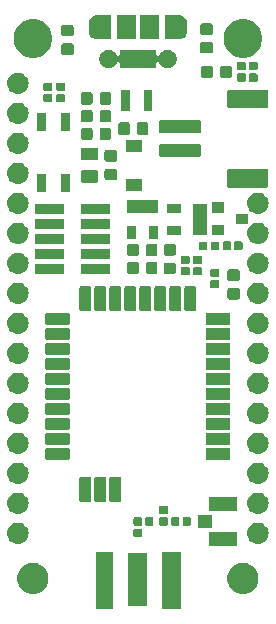
<source format=gts>
G04 #@! TF.GenerationSoftware,KiCad,Pcbnew,(5.1.2-1)-1*
G04 #@! TF.CreationDate,2019-05-17T17:37:07+02:00*
G04 #@! TF.ProjectId,TLM-breakout-v1_1,544c4d2d-6272-4656-916b-6f75742d7631,1.1*
G04 #@! TF.SameCoordinates,Original*
G04 #@! TF.FileFunction,Soldermask,Top*
G04 #@! TF.FilePolarity,Negative*
%FSLAX46Y46*%
G04 Gerber Fmt 4.6, Leading zero omitted, Abs format (unit mm)*
G04 Created by KiCad (PCBNEW (5.1.2-1)-1) date 2019-05-17 17:37:07*
%MOMM*%
%LPD*%
G04 APERTURE LIST*
%ADD10C,0.100000*%
G04 APERTURE END LIST*
D10*
G36*
X139516000Y-119391000D02*
G01*
X137914000Y-119391000D01*
X137914000Y-114589000D01*
X139516000Y-114589000D01*
X139516000Y-119391000D01*
X139516000Y-119391000D01*
G37*
G36*
X133791000Y-119391000D02*
G01*
X132339000Y-119391000D01*
X132339000Y-114589000D01*
X133791000Y-114589000D01*
X133791000Y-119391000D01*
X133791000Y-119391000D01*
G37*
G36*
X136691000Y-119218000D02*
G01*
X135089000Y-119218000D01*
X135089000Y-114716000D01*
X136691000Y-114716000D01*
X136691000Y-119218000D01*
X136691000Y-119218000D01*
G37*
G36*
X145037714Y-115540382D02*
G01*
X145165322Y-115565765D01*
X145306148Y-115624097D01*
X145405727Y-115665344D01*
X145405728Y-115665345D01*
X145622089Y-115809912D01*
X145806088Y-115993911D01*
X145902685Y-116138479D01*
X145950656Y-116210273D01*
X145991903Y-116309852D01*
X146050235Y-116450678D01*
X146101000Y-116705893D01*
X146101000Y-116966107D01*
X146050235Y-117221322D01*
X145991903Y-117362148D01*
X145950656Y-117461727D01*
X145950655Y-117461728D01*
X145806088Y-117678089D01*
X145622089Y-117862088D01*
X145477521Y-117958685D01*
X145405727Y-118006656D01*
X145306148Y-118047903D01*
X145165322Y-118106235D01*
X145037715Y-118131617D01*
X144910109Y-118157000D01*
X144649891Y-118157000D01*
X144522285Y-118131617D01*
X144394678Y-118106235D01*
X144253852Y-118047903D01*
X144154273Y-118006656D01*
X144082479Y-117958685D01*
X143937911Y-117862088D01*
X143753912Y-117678089D01*
X143609345Y-117461728D01*
X143609344Y-117461727D01*
X143568097Y-117362148D01*
X143509765Y-117221322D01*
X143459000Y-116966107D01*
X143459000Y-116705893D01*
X143509765Y-116450678D01*
X143568097Y-116309852D01*
X143609344Y-116210273D01*
X143657315Y-116138479D01*
X143753912Y-115993911D01*
X143937911Y-115809912D01*
X144154272Y-115665345D01*
X144154273Y-115665344D01*
X144253852Y-115624097D01*
X144394678Y-115565765D01*
X144522286Y-115540382D01*
X144649891Y-115515000D01*
X144910109Y-115515000D01*
X145037714Y-115540382D01*
X145037714Y-115540382D01*
G37*
G36*
X127257714Y-115540382D02*
G01*
X127385322Y-115565765D01*
X127526148Y-115624097D01*
X127625727Y-115665344D01*
X127625728Y-115665345D01*
X127842089Y-115809912D01*
X128026088Y-115993911D01*
X128122685Y-116138479D01*
X128170656Y-116210273D01*
X128211903Y-116309852D01*
X128270235Y-116450678D01*
X128321000Y-116705893D01*
X128321000Y-116966107D01*
X128270235Y-117221322D01*
X128211903Y-117362148D01*
X128170656Y-117461727D01*
X128170655Y-117461728D01*
X128026088Y-117678089D01*
X127842089Y-117862088D01*
X127697521Y-117958685D01*
X127625727Y-118006656D01*
X127526148Y-118047903D01*
X127385322Y-118106235D01*
X127257715Y-118131617D01*
X127130109Y-118157000D01*
X126869891Y-118157000D01*
X126742285Y-118131617D01*
X126614678Y-118106235D01*
X126473852Y-118047903D01*
X126374273Y-118006656D01*
X126302479Y-117958685D01*
X126157911Y-117862088D01*
X125973912Y-117678089D01*
X125829345Y-117461728D01*
X125829344Y-117461727D01*
X125788097Y-117362148D01*
X125729765Y-117221322D01*
X125679000Y-116966107D01*
X125679000Y-116705893D01*
X125729765Y-116450678D01*
X125788097Y-116309852D01*
X125829344Y-116210273D01*
X125877315Y-116138479D01*
X125973912Y-115993911D01*
X126157911Y-115809912D01*
X126374272Y-115665345D01*
X126374273Y-115665344D01*
X126473852Y-115624097D01*
X126614678Y-115565765D01*
X126742286Y-115540382D01*
X126869891Y-115515000D01*
X127130109Y-115515000D01*
X127257714Y-115540382D01*
X127257714Y-115540382D01*
G37*
G36*
X144247000Y-114065000D02*
G01*
X141945000Y-114065000D01*
X141945000Y-112913000D01*
X144247000Y-112913000D01*
X144247000Y-114065000D01*
X144247000Y-114065000D01*
G37*
G36*
X146160443Y-112131519D02*
G01*
X146226627Y-112138037D01*
X146396466Y-112189557D01*
X146552991Y-112273222D01*
X146578256Y-112293957D01*
X146690186Y-112385814D01*
X146773448Y-112487271D01*
X146802778Y-112523009D01*
X146886443Y-112679534D01*
X146937963Y-112849373D01*
X146955359Y-113026000D01*
X146937963Y-113202627D01*
X146886443Y-113372466D01*
X146802778Y-113528991D01*
X146773448Y-113564729D01*
X146690186Y-113666186D01*
X146588729Y-113749448D01*
X146552991Y-113778778D01*
X146396466Y-113862443D01*
X146226627Y-113913963D01*
X146160443Y-113920481D01*
X146094260Y-113927000D01*
X146005740Y-113927000D01*
X145939557Y-113920481D01*
X145873373Y-113913963D01*
X145703534Y-113862443D01*
X145547009Y-113778778D01*
X145511271Y-113749448D01*
X145409814Y-113666186D01*
X145326552Y-113564729D01*
X145297222Y-113528991D01*
X145213557Y-113372466D01*
X145162037Y-113202627D01*
X145144641Y-113026000D01*
X145162037Y-112849373D01*
X145213557Y-112679534D01*
X145297222Y-112523009D01*
X145326552Y-112487271D01*
X145409814Y-112385814D01*
X145521744Y-112293957D01*
X145547009Y-112273222D01*
X145703534Y-112189557D01*
X145873373Y-112138037D01*
X145939557Y-112131519D01*
X146005740Y-112125000D01*
X146094260Y-112125000D01*
X146160443Y-112131519D01*
X146160443Y-112131519D01*
G37*
G36*
X125840443Y-112131519D02*
G01*
X125906627Y-112138037D01*
X126076466Y-112189557D01*
X126232991Y-112273222D01*
X126258256Y-112293957D01*
X126370186Y-112385814D01*
X126453448Y-112487271D01*
X126482778Y-112523009D01*
X126566443Y-112679534D01*
X126617963Y-112849373D01*
X126635359Y-113026000D01*
X126617963Y-113202627D01*
X126566443Y-113372466D01*
X126482778Y-113528991D01*
X126453448Y-113564729D01*
X126370186Y-113666186D01*
X126268729Y-113749448D01*
X126232991Y-113778778D01*
X126076466Y-113862443D01*
X125906627Y-113913963D01*
X125840443Y-113920481D01*
X125774260Y-113927000D01*
X125685740Y-113927000D01*
X125619557Y-113920481D01*
X125553373Y-113913963D01*
X125383534Y-113862443D01*
X125227009Y-113778778D01*
X125191271Y-113749448D01*
X125089814Y-113666186D01*
X125006552Y-113564729D01*
X124977222Y-113528991D01*
X124893557Y-113372466D01*
X124842037Y-113202627D01*
X124824641Y-113026000D01*
X124842037Y-112849373D01*
X124893557Y-112679534D01*
X124977222Y-112523009D01*
X125006552Y-112487271D01*
X125089814Y-112385814D01*
X125201744Y-112293957D01*
X125227009Y-112273222D01*
X125383534Y-112189557D01*
X125553373Y-112138037D01*
X125619557Y-112131519D01*
X125685740Y-112125000D01*
X125774260Y-112125000D01*
X125840443Y-112131519D01*
X125840443Y-112131519D01*
G37*
G36*
X136171938Y-112638316D02*
G01*
X136192557Y-112644571D01*
X136211553Y-112654724D01*
X136228208Y-112668392D01*
X136241876Y-112685047D01*
X136252029Y-112704043D01*
X136258284Y-112724662D01*
X136261000Y-112752240D01*
X136261000Y-113210960D01*
X136258284Y-113238538D01*
X136252029Y-113259157D01*
X136241876Y-113278153D01*
X136228208Y-113294808D01*
X136211553Y-113308476D01*
X136192557Y-113318629D01*
X136171938Y-113324884D01*
X136144360Y-113327600D01*
X135635640Y-113327600D01*
X135608062Y-113324884D01*
X135587443Y-113318629D01*
X135568447Y-113308476D01*
X135551792Y-113294808D01*
X135538124Y-113278153D01*
X135527971Y-113259157D01*
X135521716Y-113238538D01*
X135519000Y-113210960D01*
X135519000Y-112752240D01*
X135521716Y-112724662D01*
X135527971Y-112704043D01*
X135538124Y-112685047D01*
X135551792Y-112668392D01*
X135568447Y-112654724D01*
X135587443Y-112644571D01*
X135608062Y-112638316D01*
X135635640Y-112635600D01*
X136144360Y-112635600D01*
X136171938Y-112638316D01*
X136171938Y-112638316D01*
G37*
G36*
X142147000Y-112565000D02*
G01*
X140995000Y-112565000D01*
X140995000Y-111463000D01*
X142147000Y-111463000D01*
X142147000Y-112565000D01*
X142147000Y-112565000D01*
G37*
G36*
X140289538Y-111645716D02*
G01*
X140310157Y-111651971D01*
X140329153Y-111662124D01*
X140345808Y-111675792D01*
X140359476Y-111692447D01*
X140369629Y-111711443D01*
X140375884Y-111732062D01*
X140378600Y-111759640D01*
X140378600Y-112268360D01*
X140375884Y-112295938D01*
X140369629Y-112316557D01*
X140359476Y-112335553D01*
X140345808Y-112352208D01*
X140329153Y-112365876D01*
X140310157Y-112376029D01*
X140289538Y-112382284D01*
X140261960Y-112385000D01*
X139803240Y-112385000D01*
X139775662Y-112382284D01*
X139755043Y-112376029D01*
X139736047Y-112365876D01*
X139719392Y-112352208D01*
X139705724Y-112335553D01*
X139695571Y-112316557D01*
X139689316Y-112295938D01*
X139686600Y-112268360D01*
X139686600Y-111759640D01*
X139689316Y-111732062D01*
X139695571Y-111711443D01*
X139705724Y-111692447D01*
X139719392Y-111675792D01*
X139736047Y-111662124D01*
X139755043Y-111651971D01*
X139775662Y-111645716D01*
X139803240Y-111643000D01*
X140261960Y-111643000D01*
X140289538Y-111645716D01*
X140289538Y-111645716D01*
G37*
G36*
X139319538Y-111645716D02*
G01*
X139340157Y-111651971D01*
X139359153Y-111662124D01*
X139375808Y-111675792D01*
X139389476Y-111692447D01*
X139399629Y-111711443D01*
X139405884Y-111732062D01*
X139408600Y-111759640D01*
X139408600Y-112268360D01*
X139405884Y-112295938D01*
X139399629Y-112316557D01*
X139389476Y-112335553D01*
X139375808Y-112352208D01*
X139359153Y-112365876D01*
X139340157Y-112376029D01*
X139319538Y-112382284D01*
X139291960Y-112385000D01*
X138833240Y-112385000D01*
X138805662Y-112382284D01*
X138785043Y-112376029D01*
X138766047Y-112365876D01*
X138749392Y-112352208D01*
X138735724Y-112335553D01*
X138725571Y-112316557D01*
X138719316Y-112295938D01*
X138716600Y-112268360D01*
X138716600Y-111759640D01*
X138719316Y-111732062D01*
X138725571Y-111711443D01*
X138735724Y-111692447D01*
X138749392Y-111675792D01*
X138766047Y-111662124D01*
X138785043Y-111651971D01*
X138805662Y-111645716D01*
X138833240Y-111643000D01*
X139291960Y-111643000D01*
X139319538Y-111645716D01*
X139319538Y-111645716D01*
G37*
G36*
X137114538Y-111645716D02*
G01*
X137135157Y-111651971D01*
X137154153Y-111662124D01*
X137170808Y-111675792D01*
X137184476Y-111692447D01*
X137194629Y-111711443D01*
X137200884Y-111732062D01*
X137203600Y-111759640D01*
X137203600Y-112268360D01*
X137200884Y-112295938D01*
X137194629Y-112316557D01*
X137184476Y-112335553D01*
X137170808Y-112352208D01*
X137154153Y-112365876D01*
X137135157Y-112376029D01*
X137114538Y-112382284D01*
X137086960Y-112385000D01*
X136628240Y-112385000D01*
X136600662Y-112382284D01*
X136580043Y-112376029D01*
X136561047Y-112365876D01*
X136544392Y-112352208D01*
X136530724Y-112335553D01*
X136520571Y-112316557D01*
X136514316Y-112295938D01*
X136511600Y-112268360D01*
X136511600Y-111759640D01*
X136514316Y-111732062D01*
X136520571Y-111711443D01*
X136530724Y-111692447D01*
X136544392Y-111675792D01*
X136561047Y-111662124D01*
X136580043Y-111651971D01*
X136600662Y-111645716D01*
X136628240Y-111643000D01*
X137086960Y-111643000D01*
X137114538Y-111645716D01*
X137114538Y-111645716D01*
G37*
G36*
X136144538Y-111645716D02*
G01*
X136165157Y-111651971D01*
X136184153Y-111662124D01*
X136209976Y-111683317D01*
X136210612Y-111683953D01*
X136228208Y-111698393D01*
X136241876Y-111715047D01*
X136252029Y-111734043D01*
X136258284Y-111754662D01*
X136261000Y-111782240D01*
X136261000Y-112240960D01*
X136258284Y-112268538D01*
X136252029Y-112289157D01*
X136241876Y-112308153D01*
X136228207Y-112324808D01*
X136222673Y-112329350D01*
X136205350Y-112346673D01*
X136200808Y-112352207D01*
X136184153Y-112365876D01*
X136165157Y-112376029D01*
X136144538Y-112382284D01*
X136116960Y-112385000D01*
X135658240Y-112385000D01*
X135630662Y-112382284D01*
X135610043Y-112376029D01*
X135591047Y-112365876D01*
X135574393Y-112352208D01*
X135559953Y-112334612D01*
X135559317Y-112333976D01*
X135538124Y-112308153D01*
X135527971Y-112289157D01*
X135521716Y-112268538D01*
X135519000Y-112240960D01*
X135519000Y-111782240D01*
X135521716Y-111754662D01*
X135527971Y-111734043D01*
X135538124Y-111715047D01*
X135551793Y-111698392D01*
X135554688Y-111696016D01*
X135572016Y-111678688D01*
X135574392Y-111675793D01*
X135591047Y-111662124D01*
X135610043Y-111651971D01*
X135630662Y-111645716D01*
X135658240Y-111643000D01*
X136116960Y-111643000D01*
X136144538Y-111645716D01*
X136144538Y-111645716D01*
G37*
G36*
X138356338Y-111673116D02*
G01*
X138376957Y-111679371D01*
X138395953Y-111689524D01*
X138412608Y-111703192D01*
X138426276Y-111719847D01*
X138436429Y-111738843D01*
X138442684Y-111759462D01*
X138445400Y-111787040D01*
X138445400Y-112245760D01*
X138442684Y-112273338D01*
X138436429Y-112293957D01*
X138426276Y-112312953D01*
X138412608Y-112329608D01*
X138395953Y-112343276D01*
X138376957Y-112353429D01*
X138356338Y-112359684D01*
X138328760Y-112362400D01*
X137820040Y-112362400D01*
X137792462Y-112359684D01*
X137771843Y-112353429D01*
X137752847Y-112343276D01*
X137736192Y-112329608D01*
X137722524Y-112312953D01*
X137712371Y-112293957D01*
X137706116Y-112273338D01*
X137703400Y-112245760D01*
X137703400Y-111787040D01*
X137706116Y-111759462D01*
X137712371Y-111738843D01*
X137722524Y-111719847D01*
X137736192Y-111703192D01*
X137752847Y-111689524D01*
X137771843Y-111679371D01*
X137792462Y-111673116D01*
X137820040Y-111670400D01*
X138328760Y-111670400D01*
X138356338Y-111673116D01*
X138356338Y-111673116D01*
G37*
G36*
X138356338Y-110703116D02*
G01*
X138376957Y-110709371D01*
X138395953Y-110719524D01*
X138412608Y-110733192D01*
X138426276Y-110749847D01*
X138436429Y-110768843D01*
X138442684Y-110789462D01*
X138445400Y-110817040D01*
X138445400Y-111275760D01*
X138442684Y-111303338D01*
X138436429Y-111323957D01*
X138426276Y-111342953D01*
X138412608Y-111359608D01*
X138395953Y-111373276D01*
X138376957Y-111383429D01*
X138356338Y-111389684D01*
X138328760Y-111392400D01*
X137820040Y-111392400D01*
X137792462Y-111389684D01*
X137771843Y-111383429D01*
X137752847Y-111373276D01*
X137736192Y-111359608D01*
X137722524Y-111342953D01*
X137712371Y-111323957D01*
X137706116Y-111303338D01*
X137703400Y-111275760D01*
X137703400Y-110817040D01*
X137706116Y-110789462D01*
X137712371Y-110768843D01*
X137722524Y-110749847D01*
X137736192Y-110733192D01*
X137752847Y-110719524D01*
X137771843Y-110709371D01*
X137792462Y-110703116D01*
X137820040Y-110700400D01*
X138328760Y-110700400D01*
X138356338Y-110703116D01*
X138356338Y-110703116D01*
G37*
G36*
X146160442Y-109591518D02*
G01*
X146226627Y-109598037D01*
X146396466Y-109649557D01*
X146552991Y-109733222D01*
X146588729Y-109762552D01*
X146690186Y-109845814D01*
X146773448Y-109947271D01*
X146802778Y-109983009D01*
X146886443Y-110139534D01*
X146937963Y-110309373D01*
X146955359Y-110486000D01*
X146937963Y-110662627D01*
X146886443Y-110832466D01*
X146802778Y-110988991D01*
X146773448Y-111024729D01*
X146690186Y-111126186D01*
X146588729Y-111209448D01*
X146552991Y-111238778D01*
X146396466Y-111322443D01*
X146226627Y-111373963D01*
X146173139Y-111379231D01*
X146094260Y-111387000D01*
X146005740Y-111387000D01*
X145926861Y-111379231D01*
X145873373Y-111373963D01*
X145703534Y-111322443D01*
X145547009Y-111238778D01*
X145511271Y-111209448D01*
X145409814Y-111126186D01*
X145326552Y-111024729D01*
X145297222Y-110988991D01*
X145213557Y-110832466D01*
X145162037Y-110662627D01*
X145144641Y-110486000D01*
X145162037Y-110309373D01*
X145213557Y-110139534D01*
X145297222Y-109983009D01*
X145326552Y-109947271D01*
X145409814Y-109845814D01*
X145511271Y-109762552D01*
X145547009Y-109733222D01*
X145703534Y-109649557D01*
X145873373Y-109598037D01*
X145939558Y-109591518D01*
X146005740Y-109585000D01*
X146094260Y-109585000D01*
X146160442Y-109591518D01*
X146160442Y-109591518D01*
G37*
G36*
X125840442Y-109591518D02*
G01*
X125906627Y-109598037D01*
X126076466Y-109649557D01*
X126232991Y-109733222D01*
X126268729Y-109762552D01*
X126370186Y-109845814D01*
X126453448Y-109947271D01*
X126482778Y-109983009D01*
X126566443Y-110139534D01*
X126617963Y-110309373D01*
X126635359Y-110486000D01*
X126617963Y-110662627D01*
X126566443Y-110832466D01*
X126482778Y-110988991D01*
X126453448Y-111024729D01*
X126370186Y-111126186D01*
X126268729Y-111209448D01*
X126232991Y-111238778D01*
X126076466Y-111322443D01*
X125906627Y-111373963D01*
X125853139Y-111379231D01*
X125774260Y-111387000D01*
X125685740Y-111387000D01*
X125606861Y-111379231D01*
X125553373Y-111373963D01*
X125383534Y-111322443D01*
X125227009Y-111238778D01*
X125191271Y-111209448D01*
X125089814Y-111126186D01*
X125006552Y-111024729D01*
X124977222Y-110988991D01*
X124893557Y-110832466D01*
X124842037Y-110662627D01*
X124824641Y-110486000D01*
X124842037Y-110309373D01*
X124893557Y-110139534D01*
X124977222Y-109983009D01*
X125006552Y-109947271D01*
X125089814Y-109845814D01*
X125191271Y-109762552D01*
X125227009Y-109733222D01*
X125383534Y-109649557D01*
X125553373Y-109598037D01*
X125619558Y-109591518D01*
X125685740Y-109585000D01*
X125774260Y-109585000D01*
X125840442Y-109591518D01*
X125840442Y-109591518D01*
G37*
G36*
X144247000Y-111115000D02*
G01*
X141945000Y-111115000D01*
X141945000Y-109963000D01*
X144247000Y-109963000D01*
X144247000Y-111115000D01*
X144247000Y-111115000D01*
G37*
G36*
X134384946Y-108245002D02*
G01*
X134408358Y-108252104D01*
X134429931Y-108263635D01*
X134448844Y-108279156D01*
X134464365Y-108298069D01*
X134475896Y-108319642D01*
X134482998Y-108343054D01*
X134486000Y-108373538D01*
X134486000Y-110212462D01*
X134482998Y-110242946D01*
X134475896Y-110266358D01*
X134464365Y-110287931D01*
X134448844Y-110306844D01*
X134429931Y-110322365D01*
X134408358Y-110333896D01*
X134384946Y-110340998D01*
X134354462Y-110344000D01*
X133615538Y-110344000D01*
X133585054Y-110340998D01*
X133561642Y-110333896D01*
X133540069Y-110322365D01*
X133521156Y-110306844D01*
X133505635Y-110287931D01*
X133494104Y-110266358D01*
X133487002Y-110242946D01*
X133484000Y-110212462D01*
X133484000Y-108373538D01*
X133487002Y-108343054D01*
X133494104Y-108319642D01*
X133505635Y-108298069D01*
X133521156Y-108279156D01*
X133540069Y-108263635D01*
X133561642Y-108252104D01*
X133585054Y-108245002D01*
X133615538Y-108242000D01*
X134354462Y-108242000D01*
X134384946Y-108245002D01*
X134384946Y-108245002D01*
G37*
G36*
X133114946Y-108245002D02*
G01*
X133138358Y-108252104D01*
X133159931Y-108263635D01*
X133178844Y-108279156D01*
X133194365Y-108298069D01*
X133205896Y-108319642D01*
X133212998Y-108343054D01*
X133216000Y-108373538D01*
X133216000Y-110212462D01*
X133212998Y-110242946D01*
X133205896Y-110266358D01*
X133194365Y-110287931D01*
X133178844Y-110306844D01*
X133159931Y-110322365D01*
X133138358Y-110333896D01*
X133114946Y-110340998D01*
X133084462Y-110344000D01*
X132345538Y-110344000D01*
X132315054Y-110340998D01*
X132291642Y-110333896D01*
X132270069Y-110322365D01*
X132251156Y-110306844D01*
X132235635Y-110287931D01*
X132224104Y-110266358D01*
X132217002Y-110242946D01*
X132214000Y-110212462D01*
X132214000Y-108373538D01*
X132217002Y-108343054D01*
X132224104Y-108319642D01*
X132235635Y-108298069D01*
X132251156Y-108279156D01*
X132270069Y-108263635D01*
X132291642Y-108252104D01*
X132315054Y-108245002D01*
X132345538Y-108242000D01*
X133084462Y-108242000D01*
X133114946Y-108245002D01*
X133114946Y-108245002D01*
G37*
G36*
X131844946Y-108245002D02*
G01*
X131868358Y-108252104D01*
X131889931Y-108263635D01*
X131908844Y-108279156D01*
X131924365Y-108298069D01*
X131935896Y-108319642D01*
X131942998Y-108343054D01*
X131946000Y-108373538D01*
X131946000Y-110212462D01*
X131942998Y-110242946D01*
X131935896Y-110266358D01*
X131924365Y-110287931D01*
X131908844Y-110306844D01*
X131889931Y-110322365D01*
X131868358Y-110333896D01*
X131844946Y-110340998D01*
X131814462Y-110344000D01*
X131075538Y-110344000D01*
X131045054Y-110340998D01*
X131021642Y-110333896D01*
X131000069Y-110322365D01*
X130981156Y-110306844D01*
X130965635Y-110287931D01*
X130954104Y-110266358D01*
X130947002Y-110242946D01*
X130944000Y-110212462D01*
X130944000Y-108373538D01*
X130947002Y-108343054D01*
X130954104Y-108319642D01*
X130965635Y-108298069D01*
X130981156Y-108279156D01*
X131000069Y-108263635D01*
X131021642Y-108252104D01*
X131045054Y-108245002D01*
X131075538Y-108242000D01*
X131814462Y-108242000D01*
X131844946Y-108245002D01*
X131844946Y-108245002D01*
G37*
G36*
X146160443Y-107051519D02*
G01*
X146226627Y-107058037D01*
X146396466Y-107109557D01*
X146552991Y-107193222D01*
X146588729Y-107222552D01*
X146690186Y-107305814D01*
X146773448Y-107407271D01*
X146802778Y-107443009D01*
X146886443Y-107599534D01*
X146937963Y-107769373D01*
X146955359Y-107946000D01*
X146937963Y-108122627D01*
X146886443Y-108292466D01*
X146802778Y-108448991D01*
X146773448Y-108484729D01*
X146690186Y-108586186D01*
X146588729Y-108669448D01*
X146552991Y-108698778D01*
X146396466Y-108782443D01*
X146226627Y-108833963D01*
X146160443Y-108840481D01*
X146094260Y-108847000D01*
X146005740Y-108847000D01*
X145939557Y-108840481D01*
X145873373Y-108833963D01*
X145703534Y-108782443D01*
X145547009Y-108698778D01*
X145511271Y-108669448D01*
X145409814Y-108586186D01*
X145326552Y-108484729D01*
X145297222Y-108448991D01*
X145213557Y-108292466D01*
X145162037Y-108122627D01*
X145144641Y-107946000D01*
X145162037Y-107769373D01*
X145213557Y-107599534D01*
X145297222Y-107443009D01*
X145326552Y-107407271D01*
X145409814Y-107305814D01*
X145511271Y-107222552D01*
X145547009Y-107193222D01*
X145703534Y-107109557D01*
X145873373Y-107058037D01*
X145939557Y-107051519D01*
X146005740Y-107045000D01*
X146094260Y-107045000D01*
X146160443Y-107051519D01*
X146160443Y-107051519D01*
G37*
G36*
X125840443Y-107051519D02*
G01*
X125906627Y-107058037D01*
X126076466Y-107109557D01*
X126232991Y-107193222D01*
X126268729Y-107222552D01*
X126370186Y-107305814D01*
X126453448Y-107407271D01*
X126482778Y-107443009D01*
X126566443Y-107599534D01*
X126617963Y-107769373D01*
X126635359Y-107946000D01*
X126617963Y-108122627D01*
X126566443Y-108292466D01*
X126482778Y-108448991D01*
X126453448Y-108484729D01*
X126370186Y-108586186D01*
X126268729Y-108669448D01*
X126232991Y-108698778D01*
X126076466Y-108782443D01*
X125906627Y-108833963D01*
X125840443Y-108840481D01*
X125774260Y-108847000D01*
X125685740Y-108847000D01*
X125619557Y-108840481D01*
X125553373Y-108833963D01*
X125383534Y-108782443D01*
X125227009Y-108698778D01*
X125191271Y-108669448D01*
X125089814Y-108586186D01*
X125006552Y-108484729D01*
X124977222Y-108448991D01*
X124893557Y-108292466D01*
X124842037Y-108122627D01*
X124824641Y-107946000D01*
X124842037Y-107769373D01*
X124893557Y-107599534D01*
X124977222Y-107443009D01*
X125006552Y-107407271D01*
X125089814Y-107305814D01*
X125191271Y-107222552D01*
X125227009Y-107193222D01*
X125383534Y-107109557D01*
X125553373Y-107058037D01*
X125619557Y-107051519D01*
X125685740Y-107045000D01*
X125774260Y-107045000D01*
X125840443Y-107051519D01*
X125840443Y-107051519D01*
G37*
G36*
X143624946Y-105801002D02*
G01*
X143648358Y-105808104D01*
X143669931Y-105819635D01*
X143688844Y-105835156D01*
X143704365Y-105854069D01*
X143715896Y-105875642D01*
X143722998Y-105899054D01*
X143726000Y-105929538D01*
X143726000Y-106668462D01*
X143722998Y-106698946D01*
X143715896Y-106722358D01*
X143704365Y-106743931D01*
X143688844Y-106762844D01*
X143669931Y-106778365D01*
X143648358Y-106789896D01*
X143624946Y-106796998D01*
X143594462Y-106800000D01*
X141755538Y-106800000D01*
X141725054Y-106796998D01*
X141701642Y-106789896D01*
X141680069Y-106778365D01*
X141661156Y-106762844D01*
X141645635Y-106743931D01*
X141634104Y-106722358D01*
X141627002Y-106698946D01*
X141624000Y-106668462D01*
X141624000Y-105929538D01*
X141627002Y-105899054D01*
X141634104Y-105875642D01*
X141645635Y-105854069D01*
X141661156Y-105835156D01*
X141680069Y-105819635D01*
X141701642Y-105808104D01*
X141725054Y-105801002D01*
X141755538Y-105798000D01*
X143594462Y-105798000D01*
X143624946Y-105801002D01*
X143624946Y-105801002D01*
G37*
G36*
X130035946Y-105801002D02*
G01*
X130059358Y-105808104D01*
X130080931Y-105819635D01*
X130099844Y-105835156D01*
X130115365Y-105854069D01*
X130126896Y-105875642D01*
X130133998Y-105899054D01*
X130137000Y-105929538D01*
X130137000Y-106668462D01*
X130133998Y-106698946D01*
X130126896Y-106722358D01*
X130115365Y-106743931D01*
X130099844Y-106762844D01*
X130080931Y-106778365D01*
X130059358Y-106789896D01*
X130035946Y-106796998D01*
X130005462Y-106800000D01*
X128166538Y-106800000D01*
X128136054Y-106796998D01*
X128112642Y-106789896D01*
X128091069Y-106778365D01*
X128072156Y-106762844D01*
X128056635Y-106743931D01*
X128045104Y-106722358D01*
X128038002Y-106698946D01*
X128035000Y-106668462D01*
X128035000Y-105929538D01*
X128038002Y-105899054D01*
X128045104Y-105875642D01*
X128056635Y-105854069D01*
X128072156Y-105835156D01*
X128091069Y-105819635D01*
X128112642Y-105808104D01*
X128136054Y-105801002D01*
X128166538Y-105798000D01*
X130005462Y-105798000D01*
X130035946Y-105801002D01*
X130035946Y-105801002D01*
G37*
G36*
X125840443Y-104511519D02*
G01*
X125906627Y-104518037D01*
X126076466Y-104569557D01*
X126232991Y-104653222D01*
X126268729Y-104682552D01*
X126370186Y-104765814D01*
X126453448Y-104867271D01*
X126482778Y-104903009D01*
X126566443Y-105059534D01*
X126617963Y-105229373D01*
X126635359Y-105406000D01*
X126617963Y-105582627D01*
X126566443Y-105752466D01*
X126482778Y-105908991D01*
X126465915Y-105929538D01*
X126370186Y-106046186D01*
X126268729Y-106129448D01*
X126232991Y-106158778D01*
X126076466Y-106242443D01*
X125906627Y-106293963D01*
X125840442Y-106300482D01*
X125774260Y-106307000D01*
X125685740Y-106307000D01*
X125619558Y-106300482D01*
X125553373Y-106293963D01*
X125383534Y-106242443D01*
X125227009Y-106158778D01*
X125191271Y-106129448D01*
X125089814Y-106046186D01*
X124994085Y-105929538D01*
X124977222Y-105908991D01*
X124893557Y-105752466D01*
X124842037Y-105582627D01*
X124824641Y-105406000D01*
X124842037Y-105229373D01*
X124893557Y-105059534D01*
X124977222Y-104903009D01*
X125006552Y-104867271D01*
X125089814Y-104765814D01*
X125191271Y-104682552D01*
X125227009Y-104653222D01*
X125383534Y-104569557D01*
X125553373Y-104518037D01*
X125619558Y-104511518D01*
X125685740Y-104505000D01*
X125774260Y-104505000D01*
X125840443Y-104511519D01*
X125840443Y-104511519D01*
G37*
G36*
X146160443Y-104511519D02*
G01*
X146226627Y-104518037D01*
X146396466Y-104569557D01*
X146552991Y-104653222D01*
X146588729Y-104682552D01*
X146690186Y-104765814D01*
X146773448Y-104867271D01*
X146802778Y-104903009D01*
X146886443Y-105059534D01*
X146937963Y-105229373D01*
X146955359Y-105406000D01*
X146937963Y-105582627D01*
X146886443Y-105752466D01*
X146802778Y-105908991D01*
X146785915Y-105929538D01*
X146690186Y-106046186D01*
X146588729Y-106129448D01*
X146552991Y-106158778D01*
X146396466Y-106242443D01*
X146226627Y-106293963D01*
X146160442Y-106300482D01*
X146094260Y-106307000D01*
X146005740Y-106307000D01*
X145939558Y-106300482D01*
X145873373Y-106293963D01*
X145703534Y-106242443D01*
X145547009Y-106158778D01*
X145511271Y-106129448D01*
X145409814Y-106046186D01*
X145314085Y-105929538D01*
X145297222Y-105908991D01*
X145213557Y-105752466D01*
X145162037Y-105582627D01*
X145144641Y-105406000D01*
X145162037Y-105229373D01*
X145213557Y-105059534D01*
X145297222Y-104903009D01*
X145326552Y-104867271D01*
X145409814Y-104765814D01*
X145511271Y-104682552D01*
X145547009Y-104653222D01*
X145703534Y-104569557D01*
X145873373Y-104518037D01*
X145939558Y-104511518D01*
X146005740Y-104505000D01*
X146094260Y-104505000D01*
X146160443Y-104511519D01*
X146160443Y-104511519D01*
G37*
G36*
X130035946Y-104531002D02*
G01*
X130059358Y-104538104D01*
X130080931Y-104549635D01*
X130099844Y-104565156D01*
X130115365Y-104584069D01*
X130126896Y-104605642D01*
X130133998Y-104629054D01*
X130137000Y-104659538D01*
X130137000Y-105398462D01*
X130133998Y-105428946D01*
X130126896Y-105452358D01*
X130115365Y-105473931D01*
X130099844Y-105492844D01*
X130080931Y-105508365D01*
X130059358Y-105519896D01*
X130035946Y-105526998D01*
X130005462Y-105530000D01*
X128166538Y-105530000D01*
X128136054Y-105526998D01*
X128112642Y-105519896D01*
X128091069Y-105508365D01*
X128072156Y-105492844D01*
X128056635Y-105473931D01*
X128045104Y-105452358D01*
X128038002Y-105428946D01*
X128035000Y-105398462D01*
X128035000Y-104659538D01*
X128038002Y-104629054D01*
X128045104Y-104605642D01*
X128056635Y-104584069D01*
X128072156Y-104565156D01*
X128091069Y-104549635D01*
X128112642Y-104538104D01*
X128136054Y-104531002D01*
X128166538Y-104528000D01*
X130005462Y-104528000D01*
X130035946Y-104531002D01*
X130035946Y-104531002D01*
G37*
G36*
X143624946Y-104531002D02*
G01*
X143648358Y-104538104D01*
X143669931Y-104549635D01*
X143688844Y-104565156D01*
X143704365Y-104584069D01*
X143715896Y-104605642D01*
X143722998Y-104629054D01*
X143726000Y-104659538D01*
X143726000Y-105398462D01*
X143722998Y-105428946D01*
X143715896Y-105452358D01*
X143704365Y-105473931D01*
X143688844Y-105492844D01*
X143669931Y-105508365D01*
X143648358Y-105519896D01*
X143624946Y-105526998D01*
X143594462Y-105530000D01*
X141755538Y-105530000D01*
X141725054Y-105526998D01*
X141701642Y-105519896D01*
X141680069Y-105508365D01*
X141661156Y-105492844D01*
X141645635Y-105473931D01*
X141634104Y-105452358D01*
X141627002Y-105428946D01*
X141624000Y-105398462D01*
X141624000Y-104659538D01*
X141627002Y-104629054D01*
X141634104Y-104605642D01*
X141645635Y-104584069D01*
X141661156Y-104565156D01*
X141680069Y-104549635D01*
X141701642Y-104538104D01*
X141725054Y-104531002D01*
X141755538Y-104528000D01*
X143594462Y-104528000D01*
X143624946Y-104531002D01*
X143624946Y-104531002D01*
G37*
G36*
X143624946Y-103261002D02*
G01*
X143648358Y-103268104D01*
X143669931Y-103279635D01*
X143688844Y-103295156D01*
X143704365Y-103314069D01*
X143715896Y-103335642D01*
X143722998Y-103359054D01*
X143726000Y-103389538D01*
X143726000Y-104128462D01*
X143722998Y-104158946D01*
X143715896Y-104182358D01*
X143704365Y-104203931D01*
X143688844Y-104222844D01*
X143669931Y-104238365D01*
X143648358Y-104249896D01*
X143624946Y-104256998D01*
X143594462Y-104260000D01*
X141755538Y-104260000D01*
X141725054Y-104256998D01*
X141701642Y-104249896D01*
X141680069Y-104238365D01*
X141661156Y-104222844D01*
X141645635Y-104203931D01*
X141634104Y-104182358D01*
X141627002Y-104158946D01*
X141624000Y-104128462D01*
X141624000Y-103389538D01*
X141627002Y-103359054D01*
X141634104Y-103335642D01*
X141645635Y-103314069D01*
X141661156Y-103295156D01*
X141680069Y-103279635D01*
X141701642Y-103268104D01*
X141725054Y-103261002D01*
X141755538Y-103258000D01*
X143594462Y-103258000D01*
X143624946Y-103261002D01*
X143624946Y-103261002D01*
G37*
G36*
X130035946Y-103261002D02*
G01*
X130059358Y-103268104D01*
X130080931Y-103279635D01*
X130099844Y-103295156D01*
X130115365Y-103314069D01*
X130126896Y-103335642D01*
X130133998Y-103359054D01*
X130137000Y-103389538D01*
X130137000Y-104128462D01*
X130133998Y-104158946D01*
X130126896Y-104182358D01*
X130115365Y-104203931D01*
X130099844Y-104222844D01*
X130080931Y-104238365D01*
X130059358Y-104249896D01*
X130035946Y-104256998D01*
X130005462Y-104260000D01*
X128166538Y-104260000D01*
X128136054Y-104256998D01*
X128112642Y-104249896D01*
X128091069Y-104238365D01*
X128072156Y-104222844D01*
X128056635Y-104203931D01*
X128045104Y-104182358D01*
X128038002Y-104158946D01*
X128035000Y-104128462D01*
X128035000Y-103389538D01*
X128038002Y-103359054D01*
X128045104Y-103335642D01*
X128056635Y-103314069D01*
X128072156Y-103295156D01*
X128091069Y-103279635D01*
X128112642Y-103268104D01*
X128136054Y-103261002D01*
X128166538Y-103258000D01*
X130005462Y-103258000D01*
X130035946Y-103261002D01*
X130035946Y-103261002D01*
G37*
G36*
X146160442Y-101971518D02*
G01*
X146226627Y-101978037D01*
X146396466Y-102029557D01*
X146552991Y-102113222D01*
X146588729Y-102142552D01*
X146690186Y-102225814D01*
X146773448Y-102327271D01*
X146802778Y-102363009D01*
X146886443Y-102519534D01*
X146937963Y-102689373D01*
X146955359Y-102866000D01*
X146937963Y-103042627D01*
X146886443Y-103212466D01*
X146802778Y-103368991D01*
X146785915Y-103389538D01*
X146690186Y-103506186D01*
X146588729Y-103589448D01*
X146552991Y-103618778D01*
X146396466Y-103702443D01*
X146226627Y-103753963D01*
X146160443Y-103760481D01*
X146094260Y-103767000D01*
X146005740Y-103767000D01*
X145939557Y-103760481D01*
X145873373Y-103753963D01*
X145703534Y-103702443D01*
X145547009Y-103618778D01*
X145511271Y-103589448D01*
X145409814Y-103506186D01*
X145314085Y-103389538D01*
X145297222Y-103368991D01*
X145213557Y-103212466D01*
X145162037Y-103042627D01*
X145144641Y-102866000D01*
X145162037Y-102689373D01*
X145213557Y-102519534D01*
X145297222Y-102363009D01*
X145326552Y-102327271D01*
X145409814Y-102225814D01*
X145511271Y-102142552D01*
X145547009Y-102113222D01*
X145703534Y-102029557D01*
X145873373Y-101978037D01*
X145939558Y-101971518D01*
X146005740Y-101965000D01*
X146094260Y-101965000D01*
X146160442Y-101971518D01*
X146160442Y-101971518D01*
G37*
G36*
X125840442Y-101971518D02*
G01*
X125906627Y-101978037D01*
X126076466Y-102029557D01*
X126232991Y-102113222D01*
X126268729Y-102142552D01*
X126370186Y-102225814D01*
X126453448Y-102327271D01*
X126482778Y-102363009D01*
X126566443Y-102519534D01*
X126617963Y-102689373D01*
X126635359Y-102866000D01*
X126617963Y-103042627D01*
X126566443Y-103212466D01*
X126482778Y-103368991D01*
X126465915Y-103389538D01*
X126370186Y-103506186D01*
X126268729Y-103589448D01*
X126232991Y-103618778D01*
X126076466Y-103702443D01*
X125906627Y-103753963D01*
X125840443Y-103760481D01*
X125774260Y-103767000D01*
X125685740Y-103767000D01*
X125619557Y-103760481D01*
X125553373Y-103753963D01*
X125383534Y-103702443D01*
X125227009Y-103618778D01*
X125191271Y-103589448D01*
X125089814Y-103506186D01*
X124994085Y-103389538D01*
X124977222Y-103368991D01*
X124893557Y-103212466D01*
X124842037Y-103042627D01*
X124824641Y-102866000D01*
X124842037Y-102689373D01*
X124893557Y-102519534D01*
X124977222Y-102363009D01*
X125006552Y-102327271D01*
X125089814Y-102225814D01*
X125191271Y-102142552D01*
X125227009Y-102113222D01*
X125383534Y-102029557D01*
X125553373Y-101978037D01*
X125619558Y-101971518D01*
X125685740Y-101965000D01*
X125774260Y-101965000D01*
X125840442Y-101971518D01*
X125840442Y-101971518D01*
G37*
G36*
X130035946Y-101991002D02*
G01*
X130059358Y-101998104D01*
X130080931Y-102009635D01*
X130099844Y-102025156D01*
X130115365Y-102044069D01*
X130126896Y-102065642D01*
X130133998Y-102089054D01*
X130137000Y-102119538D01*
X130137000Y-102858462D01*
X130133998Y-102888946D01*
X130126896Y-102912358D01*
X130115365Y-102933931D01*
X130099844Y-102952844D01*
X130080931Y-102968365D01*
X130059358Y-102979896D01*
X130035946Y-102986998D01*
X130005462Y-102990000D01*
X128166538Y-102990000D01*
X128136054Y-102986998D01*
X128112642Y-102979896D01*
X128091069Y-102968365D01*
X128072156Y-102952844D01*
X128056635Y-102933931D01*
X128045104Y-102912358D01*
X128038002Y-102888946D01*
X128035000Y-102858462D01*
X128035000Y-102119538D01*
X128038002Y-102089054D01*
X128045104Y-102065642D01*
X128056635Y-102044069D01*
X128072156Y-102025156D01*
X128091069Y-102009635D01*
X128112642Y-101998104D01*
X128136054Y-101991002D01*
X128166538Y-101988000D01*
X130005462Y-101988000D01*
X130035946Y-101991002D01*
X130035946Y-101991002D01*
G37*
G36*
X143624946Y-101991002D02*
G01*
X143648358Y-101998104D01*
X143669931Y-102009635D01*
X143688844Y-102025156D01*
X143704365Y-102044069D01*
X143715896Y-102065642D01*
X143722998Y-102089054D01*
X143726000Y-102119538D01*
X143726000Y-102858462D01*
X143722998Y-102888946D01*
X143715896Y-102912358D01*
X143704365Y-102933931D01*
X143688844Y-102952844D01*
X143669931Y-102968365D01*
X143648358Y-102979896D01*
X143624946Y-102986998D01*
X143594462Y-102990000D01*
X141755538Y-102990000D01*
X141725054Y-102986998D01*
X141701642Y-102979896D01*
X141680069Y-102968365D01*
X141661156Y-102952844D01*
X141645635Y-102933931D01*
X141634104Y-102912358D01*
X141627002Y-102888946D01*
X141624000Y-102858462D01*
X141624000Y-102119538D01*
X141627002Y-102089054D01*
X141634104Y-102065642D01*
X141645635Y-102044069D01*
X141661156Y-102025156D01*
X141680069Y-102009635D01*
X141701642Y-101998104D01*
X141725054Y-101991002D01*
X141755538Y-101988000D01*
X143594462Y-101988000D01*
X143624946Y-101991002D01*
X143624946Y-101991002D01*
G37*
G36*
X130035946Y-100721002D02*
G01*
X130059358Y-100728104D01*
X130080931Y-100739635D01*
X130099844Y-100755156D01*
X130115365Y-100774069D01*
X130126896Y-100795642D01*
X130133998Y-100819054D01*
X130137000Y-100849538D01*
X130137000Y-101588462D01*
X130133998Y-101618946D01*
X130126896Y-101642358D01*
X130115365Y-101663931D01*
X130099844Y-101682844D01*
X130080931Y-101698365D01*
X130059358Y-101709896D01*
X130035946Y-101716998D01*
X130005462Y-101720000D01*
X128166538Y-101720000D01*
X128136054Y-101716998D01*
X128112642Y-101709896D01*
X128091069Y-101698365D01*
X128072156Y-101682844D01*
X128056635Y-101663931D01*
X128045104Y-101642358D01*
X128038002Y-101618946D01*
X128035000Y-101588462D01*
X128035000Y-100849538D01*
X128038002Y-100819054D01*
X128045104Y-100795642D01*
X128056635Y-100774069D01*
X128072156Y-100755156D01*
X128091069Y-100739635D01*
X128112642Y-100728104D01*
X128136054Y-100721002D01*
X128166538Y-100718000D01*
X130005462Y-100718000D01*
X130035946Y-100721002D01*
X130035946Y-100721002D01*
G37*
G36*
X143624946Y-100721002D02*
G01*
X143648358Y-100728104D01*
X143669931Y-100739635D01*
X143688844Y-100755156D01*
X143704365Y-100774069D01*
X143715896Y-100795642D01*
X143722998Y-100819054D01*
X143726000Y-100849538D01*
X143726000Y-101588462D01*
X143722998Y-101618946D01*
X143715896Y-101642358D01*
X143704365Y-101663931D01*
X143688844Y-101682844D01*
X143669931Y-101698365D01*
X143648358Y-101709896D01*
X143624946Y-101716998D01*
X143594462Y-101720000D01*
X141755538Y-101720000D01*
X141725054Y-101716998D01*
X141701642Y-101709896D01*
X141680069Y-101698365D01*
X141661156Y-101682844D01*
X141645635Y-101663931D01*
X141634104Y-101642358D01*
X141627002Y-101618946D01*
X141624000Y-101588462D01*
X141624000Y-100849538D01*
X141627002Y-100819054D01*
X141634104Y-100795642D01*
X141645635Y-100774069D01*
X141661156Y-100755156D01*
X141680069Y-100739635D01*
X141701642Y-100728104D01*
X141725054Y-100721002D01*
X141755538Y-100718000D01*
X143594462Y-100718000D01*
X143624946Y-100721002D01*
X143624946Y-100721002D01*
G37*
G36*
X146160443Y-99431519D02*
G01*
X146226627Y-99438037D01*
X146396466Y-99489557D01*
X146552991Y-99573222D01*
X146588729Y-99602552D01*
X146690186Y-99685814D01*
X146773448Y-99787271D01*
X146802778Y-99823009D01*
X146886443Y-99979534D01*
X146937963Y-100149373D01*
X146955359Y-100326000D01*
X146937963Y-100502627D01*
X146886443Y-100672466D01*
X146802778Y-100828991D01*
X146785915Y-100849538D01*
X146690186Y-100966186D01*
X146588729Y-101049448D01*
X146552991Y-101078778D01*
X146396466Y-101162443D01*
X146226627Y-101213963D01*
X146160443Y-101220481D01*
X146094260Y-101227000D01*
X146005740Y-101227000D01*
X145939557Y-101220481D01*
X145873373Y-101213963D01*
X145703534Y-101162443D01*
X145547009Y-101078778D01*
X145511271Y-101049448D01*
X145409814Y-100966186D01*
X145314085Y-100849538D01*
X145297222Y-100828991D01*
X145213557Y-100672466D01*
X145162037Y-100502627D01*
X145144641Y-100326000D01*
X145162037Y-100149373D01*
X145213557Y-99979534D01*
X145297222Y-99823009D01*
X145326552Y-99787271D01*
X145409814Y-99685814D01*
X145511271Y-99602552D01*
X145547009Y-99573222D01*
X145703534Y-99489557D01*
X145873373Y-99438037D01*
X145939558Y-99431518D01*
X146005740Y-99425000D01*
X146094260Y-99425000D01*
X146160443Y-99431519D01*
X146160443Y-99431519D01*
G37*
G36*
X125840443Y-99431519D02*
G01*
X125906627Y-99438037D01*
X126076466Y-99489557D01*
X126232991Y-99573222D01*
X126268729Y-99602552D01*
X126370186Y-99685814D01*
X126453448Y-99787271D01*
X126482778Y-99823009D01*
X126566443Y-99979534D01*
X126617963Y-100149373D01*
X126635359Y-100326000D01*
X126617963Y-100502627D01*
X126566443Y-100672466D01*
X126482778Y-100828991D01*
X126465915Y-100849538D01*
X126370186Y-100966186D01*
X126268729Y-101049448D01*
X126232991Y-101078778D01*
X126076466Y-101162443D01*
X125906627Y-101213963D01*
X125840443Y-101220481D01*
X125774260Y-101227000D01*
X125685740Y-101227000D01*
X125619557Y-101220481D01*
X125553373Y-101213963D01*
X125383534Y-101162443D01*
X125227009Y-101078778D01*
X125191271Y-101049448D01*
X125089814Y-100966186D01*
X124994085Y-100849538D01*
X124977222Y-100828991D01*
X124893557Y-100672466D01*
X124842037Y-100502627D01*
X124824641Y-100326000D01*
X124842037Y-100149373D01*
X124893557Y-99979534D01*
X124977222Y-99823009D01*
X125006552Y-99787271D01*
X125089814Y-99685814D01*
X125191271Y-99602552D01*
X125227009Y-99573222D01*
X125383534Y-99489557D01*
X125553373Y-99438037D01*
X125619558Y-99431518D01*
X125685740Y-99425000D01*
X125774260Y-99425000D01*
X125840443Y-99431519D01*
X125840443Y-99431519D01*
G37*
G36*
X130035946Y-99451002D02*
G01*
X130059358Y-99458104D01*
X130080931Y-99469635D01*
X130099844Y-99485156D01*
X130115365Y-99504069D01*
X130126896Y-99525642D01*
X130133998Y-99549054D01*
X130137000Y-99579538D01*
X130137000Y-100318462D01*
X130133998Y-100348946D01*
X130126896Y-100372358D01*
X130115365Y-100393931D01*
X130099844Y-100412844D01*
X130080931Y-100428365D01*
X130059358Y-100439896D01*
X130035946Y-100446998D01*
X130005462Y-100450000D01*
X128166538Y-100450000D01*
X128136054Y-100446998D01*
X128112642Y-100439896D01*
X128091069Y-100428365D01*
X128072156Y-100412844D01*
X128056635Y-100393931D01*
X128045104Y-100372358D01*
X128038002Y-100348946D01*
X128035000Y-100318462D01*
X128035000Y-99579538D01*
X128038002Y-99549054D01*
X128045104Y-99525642D01*
X128056635Y-99504069D01*
X128072156Y-99485156D01*
X128091069Y-99469635D01*
X128112642Y-99458104D01*
X128136054Y-99451002D01*
X128166538Y-99448000D01*
X130005462Y-99448000D01*
X130035946Y-99451002D01*
X130035946Y-99451002D01*
G37*
G36*
X143624946Y-99451002D02*
G01*
X143648358Y-99458104D01*
X143669931Y-99469635D01*
X143688844Y-99485156D01*
X143704365Y-99504069D01*
X143715896Y-99525642D01*
X143722998Y-99549054D01*
X143726000Y-99579538D01*
X143726000Y-100318462D01*
X143722998Y-100348946D01*
X143715896Y-100372358D01*
X143704365Y-100393931D01*
X143688844Y-100412844D01*
X143669931Y-100428365D01*
X143648358Y-100439896D01*
X143624946Y-100446998D01*
X143594462Y-100450000D01*
X141755538Y-100450000D01*
X141725054Y-100446998D01*
X141701642Y-100439896D01*
X141680069Y-100428365D01*
X141661156Y-100412844D01*
X141645635Y-100393931D01*
X141634104Y-100372358D01*
X141627002Y-100348946D01*
X141624000Y-100318462D01*
X141624000Y-99579538D01*
X141627002Y-99549054D01*
X141634104Y-99525642D01*
X141645635Y-99504069D01*
X141661156Y-99485156D01*
X141680069Y-99469635D01*
X141701642Y-99458104D01*
X141725054Y-99451002D01*
X141755538Y-99448000D01*
X143594462Y-99448000D01*
X143624946Y-99451002D01*
X143624946Y-99451002D01*
G37*
G36*
X130035946Y-98181002D02*
G01*
X130059358Y-98188104D01*
X130080931Y-98199635D01*
X130099844Y-98215156D01*
X130115365Y-98234069D01*
X130126896Y-98255642D01*
X130133998Y-98279054D01*
X130137000Y-98309538D01*
X130137000Y-99048462D01*
X130133998Y-99078946D01*
X130126896Y-99102358D01*
X130115365Y-99123931D01*
X130099844Y-99142844D01*
X130080931Y-99158365D01*
X130059358Y-99169896D01*
X130035946Y-99176998D01*
X130005462Y-99180000D01*
X128166538Y-99180000D01*
X128136054Y-99176998D01*
X128112642Y-99169896D01*
X128091069Y-99158365D01*
X128072156Y-99142844D01*
X128056635Y-99123931D01*
X128045104Y-99102358D01*
X128038002Y-99078946D01*
X128035000Y-99048462D01*
X128035000Y-98309538D01*
X128038002Y-98279054D01*
X128045104Y-98255642D01*
X128056635Y-98234069D01*
X128072156Y-98215156D01*
X128091069Y-98199635D01*
X128112642Y-98188104D01*
X128136054Y-98181002D01*
X128166538Y-98178000D01*
X130005462Y-98178000D01*
X130035946Y-98181002D01*
X130035946Y-98181002D01*
G37*
G36*
X143624946Y-98181002D02*
G01*
X143648358Y-98188104D01*
X143669931Y-98199635D01*
X143688844Y-98215156D01*
X143704365Y-98234069D01*
X143715896Y-98255642D01*
X143722998Y-98279054D01*
X143726000Y-98309538D01*
X143726000Y-99048462D01*
X143722998Y-99078946D01*
X143715896Y-99102358D01*
X143704365Y-99123931D01*
X143688844Y-99142844D01*
X143669931Y-99158365D01*
X143648358Y-99169896D01*
X143624946Y-99176998D01*
X143594462Y-99180000D01*
X141755538Y-99180000D01*
X141725054Y-99176998D01*
X141701642Y-99169896D01*
X141680069Y-99158365D01*
X141661156Y-99142844D01*
X141645635Y-99123931D01*
X141634104Y-99102358D01*
X141627002Y-99078946D01*
X141624000Y-99048462D01*
X141624000Y-98309538D01*
X141627002Y-98279054D01*
X141634104Y-98255642D01*
X141645635Y-98234069D01*
X141661156Y-98215156D01*
X141680069Y-98199635D01*
X141701642Y-98188104D01*
X141725054Y-98181002D01*
X141755538Y-98178000D01*
X143594462Y-98178000D01*
X143624946Y-98181002D01*
X143624946Y-98181002D01*
G37*
G36*
X146160442Y-96891518D02*
G01*
X146226627Y-96898037D01*
X146396466Y-96949557D01*
X146552991Y-97033222D01*
X146588729Y-97062552D01*
X146690186Y-97145814D01*
X146773448Y-97247271D01*
X146802778Y-97283009D01*
X146886443Y-97439534D01*
X146937963Y-97609373D01*
X146955359Y-97786000D01*
X146937963Y-97962627D01*
X146886443Y-98132466D01*
X146802778Y-98288991D01*
X146785915Y-98309538D01*
X146690186Y-98426186D01*
X146588729Y-98509448D01*
X146552991Y-98538778D01*
X146396466Y-98622443D01*
X146226627Y-98673963D01*
X146160442Y-98680482D01*
X146094260Y-98687000D01*
X146005740Y-98687000D01*
X145939558Y-98680482D01*
X145873373Y-98673963D01*
X145703534Y-98622443D01*
X145547009Y-98538778D01*
X145511271Y-98509448D01*
X145409814Y-98426186D01*
X145314085Y-98309538D01*
X145297222Y-98288991D01*
X145213557Y-98132466D01*
X145162037Y-97962627D01*
X145144641Y-97786000D01*
X145162037Y-97609373D01*
X145213557Y-97439534D01*
X145297222Y-97283009D01*
X145326552Y-97247271D01*
X145409814Y-97145814D01*
X145511271Y-97062552D01*
X145547009Y-97033222D01*
X145703534Y-96949557D01*
X145873373Y-96898037D01*
X145939558Y-96891518D01*
X146005740Y-96885000D01*
X146094260Y-96885000D01*
X146160442Y-96891518D01*
X146160442Y-96891518D01*
G37*
G36*
X125840442Y-96891518D02*
G01*
X125906627Y-96898037D01*
X126076466Y-96949557D01*
X126232991Y-97033222D01*
X126268729Y-97062552D01*
X126370186Y-97145814D01*
X126453448Y-97247271D01*
X126482778Y-97283009D01*
X126566443Y-97439534D01*
X126617963Y-97609373D01*
X126635359Y-97786000D01*
X126617963Y-97962627D01*
X126566443Y-98132466D01*
X126482778Y-98288991D01*
X126465915Y-98309538D01*
X126370186Y-98426186D01*
X126268729Y-98509448D01*
X126232991Y-98538778D01*
X126076466Y-98622443D01*
X125906627Y-98673963D01*
X125840442Y-98680482D01*
X125774260Y-98687000D01*
X125685740Y-98687000D01*
X125619558Y-98680482D01*
X125553373Y-98673963D01*
X125383534Y-98622443D01*
X125227009Y-98538778D01*
X125191271Y-98509448D01*
X125089814Y-98426186D01*
X124994085Y-98309538D01*
X124977222Y-98288991D01*
X124893557Y-98132466D01*
X124842037Y-97962627D01*
X124824641Y-97786000D01*
X124842037Y-97609373D01*
X124893557Y-97439534D01*
X124977222Y-97283009D01*
X125006552Y-97247271D01*
X125089814Y-97145814D01*
X125191271Y-97062552D01*
X125227009Y-97033222D01*
X125383534Y-96949557D01*
X125553373Y-96898037D01*
X125619558Y-96891518D01*
X125685740Y-96885000D01*
X125774260Y-96885000D01*
X125840442Y-96891518D01*
X125840442Y-96891518D01*
G37*
G36*
X130035946Y-96911002D02*
G01*
X130059358Y-96918104D01*
X130080931Y-96929635D01*
X130099844Y-96945156D01*
X130115365Y-96964069D01*
X130126896Y-96985642D01*
X130133998Y-97009054D01*
X130137000Y-97039538D01*
X130137000Y-97778462D01*
X130133998Y-97808946D01*
X130126896Y-97832358D01*
X130115365Y-97853931D01*
X130099844Y-97872844D01*
X130080931Y-97888365D01*
X130059358Y-97899896D01*
X130035946Y-97906998D01*
X130005462Y-97910000D01*
X128166538Y-97910000D01*
X128136054Y-97906998D01*
X128112642Y-97899896D01*
X128091069Y-97888365D01*
X128072156Y-97872844D01*
X128056635Y-97853931D01*
X128045104Y-97832358D01*
X128038002Y-97808946D01*
X128035000Y-97778462D01*
X128035000Y-97039538D01*
X128038002Y-97009054D01*
X128045104Y-96985642D01*
X128056635Y-96964069D01*
X128072156Y-96945156D01*
X128091069Y-96929635D01*
X128112642Y-96918104D01*
X128136054Y-96911002D01*
X128166538Y-96908000D01*
X130005462Y-96908000D01*
X130035946Y-96911002D01*
X130035946Y-96911002D01*
G37*
G36*
X143624946Y-96911002D02*
G01*
X143648358Y-96918104D01*
X143669931Y-96929635D01*
X143688844Y-96945156D01*
X143704365Y-96964069D01*
X143715896Y-96985642D01*
X143722998Y-97009054D01*
X143726000Y-97039538D01*
X143726000Y-97778462D01*
X143722998Y-97808946D01*
X143715896Y-97832358D01*
X143704365Y-97853931D01*
X143688844Y-97872844D01*
X143669931Y-97888365D01*
X143648358Y-97899896D01*
X143624946Y-97906998D01*
X143594462Y-97910000D01*
X141755538Y-97910000D01*
X141725054Y-97906998D01*
X141701642Y-97899896D01*
X141680069Y-97888365D01*
X141661156Y-97872844D01*
X141645635Y-97853931D01*
X141634104Y-97832358D01*
X141627002Y-97808946D01*
X141624000Y-97778462D01*
X141624000Y-97039538D01*
X141627002Y-97009054D01*
X141634104Y-96985642D01*
X141645635Y-96964069D01*
X141661156Y-96945156D01*
X141680069Y-96929635D01*
X141701642Y-96918104D01*
X141725054Y-96911002D01*
X141755538Y-96908000D01*
X143594462Y-96908000D01*
X143624946Y-96911002D01*
X143624946Y-96911002D01*
G37*
G36*
X130035946Y-95641002D02*
G01*
X130059358Y-95648104D01*
X130080931Y-95659635D01*
X130099844Y-95675156D01*
X130115365Y-95694069D01*
X130126896Y-95715642D01*
X130133998Y-95739054D01*
X130137000Y-95769538D01*
X130137000Y-96508462D01*
X130133998Y-96538946D01*
X130126896Y-96562358D01*
X130115365Y-96583931D01*
X130099844Y-96602844D01*
X130080931Y-96618365D01*
X130059358Y-96629896D01*
X130035946Y-96636998D01*
X130005462Y-96640000D01*
X128166538Y-96640000D01*
X128136054Y-96636998D01*
X128112642Y-96629896D01*
X128091069Y-96618365D01*
X128072156Y-96602844D01*
X128056635Y-96583931D01*
X128045104Y-96562358D01*
X128038002Y-96538946D01*
X128035000Y-96508462D01*
X128035000Y-95769538D01*
X128038002Y-95739054D01*
X128045104Y-95715642D01*
X128056635Y-95694069D01*
X128072156Y-95675156D01*
X128091069Y-95659635D01*
X128112642Y-95648104D01*
X128136054Y-95641002D01*
X128166538Y-95638000D01*
X130005462Y-95638000D01*
X130035946Y-95641002D01*
X130035946Y-95641002D01*
G37*
G36*
X143624946Y-95641002D02*
G01*
X143648358Y-95648104D01*
X143669931Y-95659635D01*
X143688844Y-95675156D01*
X143704365Y-95694069D01*
X143715896Y-95715642D01*
X143722998Y-95739054D01*
X143726000Y-95769538D01*
X143726000Y-96508462D01*
X143722998Y-96538946D01*
X143715896Y-96562358D01*
X143704365Y-96583931D01*
X143688844Y-96602844D01*
X143669931Y-96618365D01*
X143648358Y-96629896D01*
X143624946Y-96636998D01*
X143594462Y-96640000D01*
X141755538Y-96640000D01*
X141725054Y-96636998D01*
X141701642Y-96629896D01*
X141680069Y-96618365D01*
X141661156Y-96602844D01*
X141645635Y-96583931D01*
X141634104Y-96562358D01*
X141627002Y-96538946D01*
X141624000Y-96508462D01*
X141624000Y-95769538D01*
X141627002Y-95739054D01*
X141634104Y-95715642D01*
X141645635Y-95694069D01*
X141661156Y-95675156D01*
X141680069Y-95659635D01*
X141701642Y-95648104D01*
X141725054Y-95641002D01*
X141755538Y-95638000D01*
X143594462Y-95638000D01*
X143624946Y-95641002D01*
X143624946Y-95641002D01*
G37*
G36*
X125840443Y-94351519D02*
G01*
X125906627Y-94358037D01*
X126076466Y-94409557D01*
X126232991Y-94493222D01*
X126268729Y-94522552D01*
X126370186Y-94605814D01*
X126453448Y-94707271D01*
X126482778Y-94743009D01*
X126566443Y-94899534D01*
X126617963Y-95069373D01*
X126635359Y-95246000D01*
X126617963Y-95422627D01*
X126566443Y-95592466D01*
X126482778Y-95748991D01*
X126465915Y-95769538D01*
X126370186Y-95886186D01*
X126268729Y-95969448D01*
X126232991Y-95998778D01*
X126076466Y-96082443D01*
X125906627Y-96133963D01*
X125840442Y-96140482D01*
X125774260Y-96147000D01*
X125685740Y-96147000D01*
X125619558Y-96140482D01*
X125553373Y-96133963D01*
X125383534Y-96082443D01*
X125227009Y-95998778D01*
X125191271Y-95969448D01*
X125089814Y-95886186D01*
X124994085Y-95769538D01*
X124977222Y-95748991D01*
X124893557Y-95592466D01*
X124842037Y-95422627D01*
X124824641Y-95246000D01*
X124842037Y-95069373D01*
X124893557Y-94899534D01*
X124977222Y-94743009D01*
X125006552Y-94707271D01*
X125089814Y-94605814D01*
X125191271Y-94522552D01*
X125227009Y-94493222D01*
X125383534Y-94409557D01*
X125553373Y-94358037D01*
X125619557Y-94351519D01*
X125685740Y-94345000D01*
X125774260Y-94345000D01*
X125840443Y-94351519D01*
X125840443Y-94351519D01*
G37*
G36*
X146160443Y-94351519D02*
G01*
X146226627Y-94358037D01*
X146396466Y-94409557D01*
X146552991Y-94493222D01*
X146588729Y-94522552D01*
X146690186Y-94605814D01*
X146773448Y-94707271D01*
X146802778Y-94743009D01*
X146886443Y-94899534D01*
X146937963Y-95069373D01*
X146955359Y-95246000D01*
X146937963Y-95422627D01*
X146886443Y-95592466D01*
X146802778Y-95748991D01*
X146785915Y-95769538D01*
X146690186Y-95886186D01*
X146588729Y-95969448D01*
X146552991Y-95998778D01*
X146396466Y-96082443D01*
X146226627Y-96133963D01*
X146160442Y-96140482D01*
X146094260Y-96147000D01*
X146005740Y-96147000D01*
X145939558Y-96140482D01*
X145873373Y-96133963D01*
X145703534Y-96082443D01*
X145547009Y-95998778D01*
X145511271Y-95969448D01*
X145409814Y-95886186D01*
X145314085Y-95769538D01*
X145297222Y-95748991D01*
X145213557Y-95592466D01*
X145162037Y-95422627D01*
X145144641Y-95246000D01*
X145162037Y-95069373D01*
X145213557Y-94899534D01*
X145297222Y-94743009D01*
X145326552Y-94707271D01*
X145409814Y-94605814D01*
X145511271Y-94522552D01*
X145547009Y-94493222D01*
X145703534Y-94409557D01*
X145873373Y-94358037D01*
X145939557Y-94351519D01*
X146005740Y-94345000D01*
X146094260Y-94345000D01*
X146160443Y-94351519D01*
X146160443Y-94351519D01*
G37*
G36*
X143624946Y-94371002D02*
G01*
X143648358Y-94378104D01*
X143669931Y-94389635D01*
X143688844Y-94405156D01*
X143704365Y-94424069D01*
X143715896Y-94445642D01*
X143722998Y-94469054D01*
X143726000Y-94499538D01*
X143726000Y-95238462D01*
X143722998Y-95268946D01*
X143715896Y-95292358D01*
X143704365Y-95313931D01*
X143688844Y-95332844D01*
X143669931Y-95348365D01*
X143648358Y-95359896D01*
X143624946Y-95366998D01*
X143594462Y-95370000D01*
X141755538Y-95370000D01*
X141725054Y-95366998D01*
X141701642Y-95359896D01*
X141680069Y-95348365D01*
X141661156Y-95332844D01*
X141645635Y-95313931D01*
X141634104Y-95292358D01*
X141627002Y-95268946D01*
X141624000Y-95238462D01*
X141624000Y-94499538D01*
X141627002Y-94469054D01*
X141634104Y-94445642D01*
X141645635Y-94424069D01*
X141661156Y-94405156D01*
X141680069Y-94389635D01*
X141701642Y-94378104D01*
X141725054Y-94371002D01*
X141755538Y-94368000D01*
X143594462Y-94368000D01*
X143624946Y-94371002D01*
X143624946Y-94371002D01*
G37*
G36*
X130035946Y-94371002D02*
G01*
X130059358Y-94378104D01*
X130080931Y-94389635D01*
X130099844Y-94405156D01*
X130115365Y-94424069D01*
X130126896Y-94445642D01*
X130133998Y-94469054D01*
X130137000Y-94499538D01*
X130137000Y-95238462D01*
X130133998Y-95268946D01*
X130126896Y-95292358D01*
X130115365Y-95313931D01*
X130099844Y-95332844D01*
X130080931Y-95348365D01*
X130059358Y-95359896D01*
X130035946Y-95366998D01*
X130005462Y-95370000D01*
X128166538Y-95370000D01*
X128136054Y-95366998D01*
X128112642Y-95359896D01*
X128091069Y-95348365D01*
X128072156Y-95332844D01*
X128056635Y-95313931D01*
X128045104Y-95292358D01*
X128038002Y-95268946D01*
X128035000Y-95238462D01*
X128035000Y-94499538D01*
X128038002Y-94469054D01*
X128045104Y-94445642D01*
X128056635Y-94424069D01*
X128072156Y-94405156D01*
X128091069Y-94389635D01*
X128112642Y-94378104D01*
X128136054Y-94371002D01*
X128166538Y-94368000D01*
X130005462Y-94368000D01*
X130035946Y-94371002D01*
X130035946Y-94371002D01*
G37*
G36*
X138194946Y-92116002D02*
G01*
X138218358Y-92123104D01*
X138239931Y-92134635D01*
X138258844Y-92150156D01*
X138274365Y-92169069D01*
X138285896Y-92190642D01*
X138292998Y-92214054D01*
X138296000Y-92244538D01*
X138296000Y-94083462D01*
X138292998Y-94113946D01*
X138285896Y-94137358D01*
X138274365Y-94158931D01*
X138258844Y-94177844D01*
X138239931Y-94193365D01*
X138218358Y-94204896D01*
X138194946Y-94211998D01*
X138164462Y-94215000D01*
X137425538Y-94215000D01*
X137395054Y-94211998D01*
X137371642Y-94204896D01*
X137350069Y-94193365D01*
X137331156Y-94177844D01*
X137315635Y-94158931D01*
X137304104Y-94137358D01*
X137297002Y-94113946D01*
X137294000Y-94083462D01*
X137294000Y-92244538D01*
X137297002Y-92214054D01*
X137304104Y-92190642D01*
X137315635Y-92169069D01*
X137331156Y-92150156D01*
X137350069Y-92134635D01*
X137371642Y-92123104D01*
X137395054Y-92116002D01*
X137425538Y-92113000D01*
X138164462Y-92113000D01*
X138194946Y-92116002D01*
X138194946Y-92116002D01*
G37*
G36*
X136924946Y-92116002D02*
G01*
X136948358Y-92123104D01*
X136969931Y-92134635D01*
X136988844Y-92150156D01*
X137004365Y-92169069D01*
X137015896Y-92190642D01*
X137022998Y-92214054D01*
X137026000Y-92244538D01*
X137026000Y-94083462D01*
X137022998Y-94113946D01*
X137015896Y-94137358D01*
X137004365Y-94158931D01*
X136988844Y-94177844D01*
X136969931Y-94193365D01*
X136948358Y-94204896D01*
X136924946Y-94211998D01*
X136894462Y-94215000D01*
X136155538Y-94215000D01*
X136125054Y-94211998D01*
X136101642Y-94204896D01*
X136080069Y-94193365D01*
X136061156Y-94177844D01*
X136045635Y-94158931D01*
X136034104Y-94137358D01*
X136027002Y-94113946D01*
X136024000Y-94083462D01*
X136024000Y-92244538D01*
X136027002Y-92214054D01*
X136034104Y-92190642D01*
X136045635Y-92169069D01*
X136061156Y-92150156D01*
X136080069Y-92134635D01*
X136101642Y-92123104D01*
X136125054Y-92116002D01*
X136155538Y-92113000D01*
X136894462Y-92113000D01*
X136924946Y-92116002D01*
X136924946Y-92116002D01*
G37*
G36*
X135654946Y-92116002D02*
G01*
X135678358Y-92123104D01*
X135699931Y-92134635D01*
X135718844Y-92150156D01*
X135734365Y-92169069D01*
X135745896Y-92190642D01*
X135752998Y-92214054D01*
X135756000Y-92244538D01*
X135756000Y-94083462D01*
X135752998Y-94113946D01*
X135745896Y-94137358D01*
X135734365Y-94158931D01*
X135718844Y-94177844D01*
X135699931Y-94193365D01*
X135678358Y-94204896D01*
X135654946Y-94211998D01*
X135624462Y-94215000D01*
X134885538Y-94215000D01*
X134855054Y-94211998D01*
X134831642Y-94204896D01*
X134810069Y-94193365D01*
X134791156Y-94177844D01*
X134775635Y-94158931D01*
X134764104Y-94137358D01*
X134757002Y-94113946D01*
X134754000Y-94083462D01*
X134754000Y-92244538D01*
X134757002Y-92214054D01*
X134764104Y-92190642D01*
X134775635Y-92169069D01*
X134791156Y-92150156D01*
X134810069Y-92134635D01*
X134831642Y-92123104D01*
X134855054Y-92116002D01*
X134885538Y-92113000D01*
X135624462Y-92113000D01*
X135654946Y-92116002D01*
X135654946Y-92116002D01*
G37*
G36*
X134384946Y-92116002D02*
G01*
X134408358Y-92123104D01*
X134429931Y-92134635D01*
X134448844Y-92150156D01*
X134464365Y-92169069D01*
X134475896Y-92190642D01*
X134482998Y-92214054D01*
X134486000Y-92244538D01*
X134486000Y-94083462D01*
X134482998Y-94113946D01*
X134475896Y-94137358D01*
X134464365Y-94158931D01*
X134448844Y-94177844D01*
X134429931Y-94193365D01*
X134408358Y-94204896D01*
X134384946Y-94211998D01*
X134354462Y-94215000D01*
X133615538Y-94215000D01*
X133585054Y-94211998D01*
X133561642Y-94204896D01*
X133540069Y-94193365D01*
X133521156Y-94177844D01*
X133505635Y-94158931D01*
X133494104Y-94137358D01*
X133487002Y-94113946D01*
X133484000Y-94083462D01*
X133484000Y-92244538D01*
X133487002Y-92214054D01*
X133494104Y-92190642D01*
X133505635Y-92169069D01*
X133521156Y-92150156D01*
X133540069Y-92134635D01*
X133561642Y-92123104D01*
X133585054Y-92116002D01*
X133615538Y-92113000D01*
X134354462Y-92113000D01*
X134384946Y-92116002D01*
X134384946Y-92116002D01*
G37*
G36*
X133114946Y-92116002D02*
G01*
X133138358Y-92123104D01*
X133159931Y-92134635D01*
X133178844Y-92150156D01*
X133194365Y-92169069D01*
X133205896Y-92190642D01*
X133212998Y-92214054D01*
X133216000Y-92244538D01*
X133216000Y-94083462D01*
X133212998Y-94113946D01*
X133205896Y-94137358D01*
X133194365Y-94158931D01*
X133178844Y-94177844D01*
X133159931Y-94193365D01*
X133138358Y-94204896D01*
X133114946Y-94211998D01*
X133084462Y-94215000D01*
X132345538Y-94215000D01*
X132315054Y-94211998D01*
X132291642Y-94204896D01*
X132270069Y-94193365D01*
X132251156Y-94177844D01*
X132235635Y-94158931D01*
X132224104Y-94137358D01*
X132217002Y-94113946D01*
X132214000Y-94083462D01*
X132214000Y-92244538D01*
X132217002Y-92214054D01*
X132224104Y-92190642D01*
X132235635Y-92169069D01*
X132251156Y-92150156D01*
X132270069Y-92134635D01*
X132291642Y-92123104D01*
X132315054Y-92116002D01*
X132345538Y-92113000D01*
X133084462Y-92113000D01*
X133114946Y-92116002D01*
X133114946Y-92116002D01*
G37*
G36*
X131844946Y-92116002D02*
G01*
X131868358Y-92123104D01*
X131889931Y-92134635D01*
X131908844Y-92150156D01*
X131924365Y-92169069D01*
X131935896Y-92190642D01*
X131942998Y-92214054D01*
X131946000Y-92244538D01*
X131946000Y-94083462D01*
X131942998Y-94113946D01*
X131935896Y-94137358D01*
X131924365Y-94158931D01*
X131908844Y-94177844D01*
X131889931Y-94193365D01*
X131868358Y-94204896D01*
X131844946Y-94211998D01*
X131814462Y-94215000D01*
X131075538Y-94215000D01*
X131045054Y-94211998D01*
X131021642Y-94204896D01*
X131000069Y-94193365D01*
X130981156Y-94177844D01*
X130965635Y-94158931D01*
X130954104Y-94137358D01*
X130947002Y-94113946D01*
X130944000Y-94083462D01*
X130944000Y-92244538D01*
X130947002Y-92214054D01*
X130954104Y-92190642D01*
X130965635Y-92169069D01*
X130981156Y-92150156D01*
X131000069Y-92134635D01*
X131021642Y-92123104D01*
X131045054Y-92116002D01*
X131075538Y-92113000D01*
X131814462Y-92113000D01*
X131844946Y-92116002D01*
X131844946Y-92116002D01*
G37*
G36*
X139464946Y-92116002D02*
G01*
X139488358Y-92123104D01*
X139509931Y-92134635D01*
X139528844Y-92150156D01*
X139544365Y-92169069D01*
X139555896Y-92190642D01*
X139562998Y-92214054D01*
X139566000Y-92244538D01*
X139566000Y-94083462D01*
X139562998Y-94113946D01*
X139555896Y-94137358D01*
X139544365Y-94158931D01*
X139528844Y-94177844D01*
X139509931Y-94193365D01*
X139488358Y-94204896D01*
X139464946Y-94211998D01*
X139434462Y-94215000D01*
X138695538Y-94215000D01*
X138665054Y-94211998D01*
X138641642Y-94204896D01*
X138620069Y-94193365D01*
X138601156Y-94177844D01*
X138585635Y-94158931D01*
X138574104Y-94137358D01*
X138567002Y-94113946D01*
X138564000Y-94083462D01*
X138564000Y-92244538D01*
X138567002Y-92214054D01*
X138574104Y-92190642D01*
X138585635Y-92169069D01*
X138601156Y-92150156D01*
X138620069Y-92134635D01*
X138641642Y-92123104D01*
X138665054Y-92116002D01*
X138695538Y-92113000D01*
X139434462Y-92113000D01*
X139464946Y-92116002D01*
X139464946Y-92116002D01*
G37*
G36*
X140734946Y-92116002D02*
G01*
X140758358Y-92123104D01*
X140779931Y-92134635D01*
X140798844Y-92150156D01*
X140814365Y-92169069D01*
X140825896Y-92190642D01*
X140832998Y-92214054D01*
X140836000Y-92244538D01*
X140836000Y-94083462D01*
X140832998Y-94113946D01*
X140825896Y-94137358D01*
X140814365Y-94158931D01*
X140798844Y-94177844D01*
X140779931Y-94193365D01*
X140758358Y-94204896D01*
X140734946Y-94211998D01*
X140704462Y-94215000D01*
X139965538Y-94215000D01*
X139935054Y-94211998D01*
X139911642Y-94204896D01*
X139890069Y-94193365D01*
X139871156Y-94177844D01*
X139855635Y-94158931D01*
X139844104Y-94137358D01*
X139837002Y-94113946D01*
X139834000Y-94083462D01*
X139834000Y-92244538D01*
X139837002Y-92214054D01*
X139844104Y-92190642D01*
X139855635Y-92169069D01*
X139871156Y-92150156D01*
X139890069Y-92134635D01*
X139911642Y-92123104D01*
X139935054Y-92116002D01*
X139965538Y-92113000D01*
X140704462Y-92113000D01*
X140734946Y-92116002D01*
X140734946Y-92116002D01*
G37*
G36*
X125840442Y-91811518D02*
G01*
X125906627Y-91818037D01*
X126076466Y-91869557D01*
X126232991Y-91953222D01*
X126268729Y-91982552D01*
X126370186Y-92065814D01*
X126451059Y-92164360D01*
X126482778Y-92203009D01*
X126566443Y-92359534D01*
X126617963Y-92529373D01*
X126635359Y-92706000D01*
X126617963Y-92882627D01*
X126566443Y-93052466D01*
X126482778Y-93208991D01*
X126472670Y-93221307D01*
X126370186Y-93346186D01*
X126268729Y-93429448D01*
X126232991Y-93458778D01*
X126076466Y-93542443D01*
X125906627Y-93593963D01*
X125840442Y-93600482D01*
X125774260Y-93607000D01*
X125685740Y-93607000D01*
X125619557Y-93600481D01*
X125553373Y-93593963D01*
X125383534Y-93542443D01*
X125227009Y-93458778D01*
X125191271Y-93429448D01*
X125089814Y-93346186D01*
X124987330Y-93221307D01*
X124977222Y-93208991D01*
X124893557Y-93052466D01*
X124842037Y-92882627D01*
X124824641Y-92706000D01*
X124842037Y-92529373D01*
X124893557Y-92359534D01*
X124977222Y-92203009D01*
X125008941Y-92164360D01*
X125089814Y-92065814D01*
X125191271Y-91982552D01*
X125227009Y-91953222D01*
X125383534Y-91869557D01*
X125553373Y-91818037D01*
X125619558Y-91811518D01*
X125685740Y-91805000D01*
X125774260Y-91805000D01*
X125840442Y-91811518D01*
X125840442Y-91811518D01*
G37*
G36*
X146160442Y-91811518D02*
G01*
X146226627Y-91818037D01*
X146396466Y-91869557D01*
X146552991Y-91953222D01*
X146588729Y-91982552D01*
X146690186Y-92065814D01*
X146771059Y-92164360D01*
X146802778Y-92203009D01*
X146886443Y-92359534D01*
X146937963Y-92529373D01*
X146955359Y-92706000D01*
X146937963Y-92882627D01*
X146886443Y-93052466D01*
X146802778Y-93208991D01*
X146792670Y-93221307D01*
X146690186Y-93346186D01*
X146588729Y-93429448D01*
X146552991Y-93458778D01*
X146396466Y-93542443D01*
X146226627Y-93593963D01*
X146160442Y-93600482D01*
X146094260Y-93607000D01*
X146005740Y-93607000D01*
X145939557Y-93600481D01*
X145873373Y-93593963D01*
X145703534Y-93542443D01*
X145547009Y-93458778D01*
X145511271Y-93429448D01*
X145409814Y-93346186D01*
X145307330Y-93221307D01*
X145297222Y-93208991D01*
X145213557Y-93052466D01*
X145162037Y-92882627D01*
X145144641Y-92706000D01*
X145162037Y-92529373D01*
X145213557Y-92359534D01*
X145297222Y-92203009D01*
X145328941Y-92164360D01*
X145409814Y-92065814D01*
X145511271Y-91982552D01*
X145547009Y-91953222D01*
X145703534Y-91869557D01*
X145873373Y-91818037D01*
X145939557Y-91811519D01*
X146005740Y-91805000D01*
X146094260Y-91805000D01*
X146160442Y-91811518D01*
X146160442Y-91811518D01*
G37*
G36*
X144379591Y-92253085D02*
G01*
X144413569Y-92263393D01*
X144444890Y-92280134D01*
X144472339Y-92302661D01*
X144494866Y-92330110D01*
X144511607Y-92361431D01*
X144521915Y-92395409D01*
X144526000Y-92436890D01*
X144526000Y-93038110D01*
X144521915Y-93079591D01*
X144511607Y-93113569D01*
X144494866Y-93144890D01*
X144472339Y-93172339D01*
X144444890Y-93194866D01*
X144413569Y-93211607D01*
X144379591Y-93221915D01*
X144338110Y-93226000D01*
X143661890Y-93226000D01*
X143620409Y-93221915D01*
X143586431Y-93211607D01*
X143555110Y-93194866D01*
X143527661Y-93172339D01*
X143505134Y-93144890D01*
X143488393Y-93113569D01*
X143478085Y-93079591D01*
X143474000Y-93038110D01*
X143474000Y-92436890D01*
X143478085Y-92395409D01*
X143488393Y-92361431D01*
X143505134Y-92330110D01*
X143527661Y-92302661D01*
X143555110Y-92280134D01*
X143586431Y-92263393D01*
X143620409Y-92253085D01*
X143661890Y-92249000D01*
X144338110Y-92249000D01*
X144379591Y-92253085D01*
X144379591Y-92253085D01*
G37*
G36*
X142681938Y-91591716D02*
G01*
X142702557Y-91597971D01*
X142721553Y-91608124D01*
X142738208Y-91621792D01*
X142751876Y-91638447D01*
X142762029Y-91657443D01*
X142768284Y-91678062D01*
X142771000Y-91705640D01*
X142771000Y-92164360D01*
X142768284Y-92191938D01*
X142762029Y-92212557D01*
X142751876Y-92231553D01*
X142738208Y-92248208D01*
X142721553Y-92261876D01*
X142702557Y-92272029D01*
X142681938Y-92278284D01*
X142654360Y-92281000D01*
X142145640Y-92281000D01*
X142118062Y-92278284D01*
X142097443Y-92272029D01*
X142078447Y-92261876D01*
X142061792Y-92248208D01*
X142048124Y-92231553D01*
X142037971Y-92212557D01*
X142031716Y-92191938D01*
X142029000Y-92164360D01*
X142029000Y-91705640D01*
X142031716Y-91678062D01*
X142037971Y-91657443D01*
X142048124Y-91638447D01*
X142061792Y-91621792D01*
X142078447Y-91608124D01*
X142097443Y-91597971D01*
X142118062Y-91591716D01*
X142145640Y-91589000D01*
X142654360Y-91589000D01*
X142681938Y-91591716D01*
X142681938Y-91591716D01*
G37*
G36*
X144379591Y-90678085D02*
G01*
X144413569Y-90688393D01*
X144444890Y-90705134D01*
X144472339Y-90727661D01*
X144494866Y-90755110D01*
X144511607Y-90786431D01*
X144521915Y-90820409D01*
X144526000Y-90861890D01*
X144526000Y-91463110D01*
X144521915Y-91504591D01*
X144511607Y-91538569D01*
X144494866Y-91569890D01*
X144472339Y-91597339D01*
X144444890Y-91619866D01*
X144413569Y-91636607D01*
X144379591Y-91646915D01*
X144338110Y-91651000D01*
X143661890Y-91651000D01*
X143620409Y-91646915D01*
X143586431Y-91636607D01*
X143555110Y-91619866D01*
X143527661Y-91597339D01*
X143505134Y-91569890D01*
X143488393Y-91538569D01*
X143478085Y-91504591D01*
X143474000Y-91463110D01*
X143474000Y-90861890D01*
X143478085Y-90820409D01*
X143488393Y-90786431D01*
X143505134Y-90755110D01*
X143527661Y-90727661D01*
X143555110Y-90705134D01*
X143586431Y-90688393D01*
X143620409Y-90678085D01*
X143661890Y-90674000D01*
X144338110Y-90674000D01*
X144379591Y-90678085D01*
X144379591Y-90678085D01*
G37*
G36*
X142681938Y-90621716D02*
G01*
X142702557Y-90627971D01*
X142721553Y-90638124D01*
X142738208Y-90651792D01*
X142751876Y-90668447D01*
X142762029Y-90687443D01*
X142768284Y-90708062D01*
X142771000Y-90735640D01*
X142771000Y-91194360D01*
X142768284Y-91221938D01*
X142762029Y-91242557D01*
X142751876Y-91261553D01*
X142738208Y-91278208D01*
X142721553Y-91291876D01*
X142702557Y-91302029D01*
X142681938Y-91308284D01*
X142654360Y-91311000D01*
X142145640Y-91311000D01*
X142118062Y-91308284D01*
X142097443Y-91302029D01*
X142078447Y-91291876D01*
X142061792Y-91278208D01*
X142048124Y-91261553D01*
X142037971Y-91242557D01*
X142031716Y-91221938D01*
X142029000Y-91194360D01*
X142029000Y-90735640D01*
X142031716Y-90708062D01*
X142037971Y-90687443D01*
X142048124Y-90668447D01*
X142061792Y-90651792D01*
X142078447Y-90638124D01*
X142097443Y-90627971D01*
X142118062Y-90621716D01*
X142145640Y-90619000D01*
X142654360Y-90619000D01*
X142681938Y-90621716D01*
X142681938Y-90621716D01*
G37*
G36*
X141231938Y-90491716D02*
G01*
X141252557Y-90497971D01*
X141271553Y-90508124D01*
X141288208Y-90521792D01*
X141301876Y-90538447D01*
X141312029Y-90557443D01*
X141318284Y-90578062D01*
X141321000Y-90605640D01*
X141321000Y-91064360D01*
X141318284Y-91091938D01*
X141312029Y-91112557D01*
X141301876Y-91131553D01*
X141288208Y-91148208D01*
X141271553Y-91161876D01*
X141252557Y-91172029D01*
X141231938Y-91178284D01*
X141204360Y-91181000D01*
X140695640Y-91181000D01*
X140668062Y-91178284D01*
X140647443Y-91172029D01*
X140628447Y-91161876D01*
X140611792Y-91148208D01*
X140598124Y-91131553D01*
X140587971Y-91112557D01*
X140581716Y-91091938D01*
X140579000Y-91064360D01*
X140579000Y-90605640D01*
X140581716Y-90578062D01*
X140587971Y-90557443D01*
X140598124Y-90538447D01*
X140611792Y-90521792D01*
X140628447Y-90508124D01*
X140647443Y-90497971D01*
X140668062Y-90491716D01*
X140695640Y-90489000D01*
X141204360Y-90489000D01*
X141231938Y-90491716D01*
X141231938Y-90491716D01*
G37*
G36*
X140181938Y-90491716D02*
G01*
X140202557Y-90497971D01*
X140221553Y-90508124D01*
X140238208Y-90521792D01*
X140251876Y-90538447D01*
X140262029Y-90557443D01*
X140268284Y-90578062D01*
X140271000Y-90605640D01*
X140271000Y-91064360D01*
X140268284Y-91091938D01*
X140262029Y-91112557D01*
X140251876Y-91131553D01*
X140238208Y-91148208D01*
X140221553Y-91161876D01*
X140202557Y-91172029D01*
X140181938Y-91178284D01*
X140154360Y-91181000D01*
X139645640Y-91181000D01*
X139618062Y-91178284D01*
X139597443Y-91172029D01*
X139578447Y-91161876D01*
X139561792Y-91148208D01*
X139548124Y-91131553D01*
X139537971Y-91112557D01*
X139531716Y-91091938D01*
X139529000Y-91064360D01*
X139529000Y-90605640D01*
X139531716Y-90578062D01*
X139537971Y-90557443D01*
X139548124Y-90538447D01*
X139561792Y-90521792D01*
X139578447Y-90508124D01*
X139597443Y-90497971D01*
X139618062Y-90491716D01*
X139645640Y-90489000D01*
X140154360Y-90489000D01*
X140181938Y-90491716D01*
X140181938Y-90491716D01*
G37*
G36*
X135829091Y-90028085D02*
G01*
X135863069Y-90038393D01*
X135894390Y-90055134D01*
X135921839Y-90077661D01*
X135944366Y-90105110D01*
X135961107Y-90136431D01*
X135971415Y-90170409D01*
X135975500Y-90211890D01*
X135975500Y-90888110D01*
X135971415Y-90929591D01*
X135961107Y-90963569D01*
X135944366Y-90994890D01*
X135921839Y-91022339D01*
X135894390Y-91044866D01*
X135863069Y-91061607D01*
X135829091Y-91071915D01*
X135787610Y-91076000D01*
X135186390Y-91076000D01*
X135144909Y-91071915D01*
X135110931Y-91061607D01*
X135079610Y-91044866D01*
X135052161Y-91022339D01*
X135029634Y-90994890D01*
X135012893Y-90963569D01*
X135002585Y-90929591D01*
X134998500Y-90888110D01*
X134998500Y-90211890D01*
X135002585Y-90170409D01*
X135012893Y-90136431D01*
X135029634Y-90105110D01*
X135052161Y-90077661D01*
X135079610Y-90055134D01*
X135110931Y-90038393D01*
X135144909Y-90028085D01*
X135186390Y-90024000D01*
X135787610Y-90024000D01*
X135829091Y-90028085D01*
X135829091Y-90028085D01*
G37*
G36*
X138979591Y-90103085D02*
G01*
X139013569Y-90113393D01*
X139044890Y-90130134D01*
X139072339Y-90152661D01*
X139094866Y-90180110D01*
X139111607Y-90211431D01*
X139121915Y-90245409D01*
X139126000Y-90286890D01*
X139126000Y-90888110D01*
X139121915Y-90929591D01*
X139111607Y-90963569D01*
X139094866Y-90994890D01*
X139072339Y-91022339D01*
X139044890Y-91044866D01*
X139013569Y-91061607D01*
X138979591Y-91071915D01*
X138938110Y-91076000D01*
X138261890Y-91076000D01*
X138220409Y-91071915D01*
X138186431Y-91061607D01*
X138155110Y-91044866D01*
X138127661Y-91022339D01*
X138105134Y-90994890D01*
X138088393Y-90963569D01*
X138078085Y-90929591D01*
X138074000Y-90888110D01*
X138074000Y-90286890D01*
X138078085Y-90245409D01*
X138088393Y-90211431D01*
X138105134Y-90180110D01*
X138127661Y-90152661D01*
X138155110Y-90130134D01*
X138186431Y-90113393D01*
X138220409Y-90103085D01*
X138261890Y-90099000D01*
X138938110Y-90099000D01*
X138979591Y-90103085D01*
X138979591Y-90103085D01*
G37*
G36*
X137404091Y-90028085D02*
G01*
X137438069Y-90038393D01*
X137469390Y-90055134D01*
X137496839Y-90077661D01*
X137519366Y-90105110D01*
X137536107Y-90136431D01*
X137546415Y-90170409D01*
X137550500Y-90211890D01*
X137550500Y-90888110D01*
X137546415Y-90929591D01*
X137536107Y-90963569D01*
X137519366Y-90994890D01*
X137496839Y-91022339D01*
X137469390Y-91044866D01*
X137438069Y-91061607D01*
X137404091Y-91071915D01*
X137362610Y-91076000D01*
X136761390Y-91076000D01*
X136719909Y-91071915D01*
X136685931Y-91061607D01*
X136654610Y-91044866D01*
X136627161Y-91022339D01*
X136604634Y-90994890D01*
X136587893Y-90963569D01*
X136577585Y-90929591D01*
X136573500Y-90888110D01*
X136573500Y-90211890D01*
X136577585Y-90170409D01*
X136587893Y-90136431D01*
X136604634Y-90105110D01*
X136627161Y-90077661D01*
X136654610Y-90055134D01*
X136685931Y-90038393D01*
X136719909Y-90028085D01*
X136761390Y-90024000D01*
X137362610Y-90024000D01*
X137404091Y-90028085D01*
X137404091Y-90028085D01*
G37*
G36*
X146160443Y-89271519D02*
G01*
X146226627Y-89278037D01*
X146396466Y-89329557D01*
X146396468Y-89329558D01*
X146443301Y-89354591D01*
X146552991Y-89413222D01*
X146565747Y-89423691D01*
X146690186Y-89525814D01*
X146757684Y-89608062D01*
X146802778Y-89663009D01*
X146886443Y-89819534D01*
X146937963Y-89989373D01*
X146955359Y-90166000D01*
X146937963Y-90342627D01*
X146886443Y-90512466D01*
X146802778Y-90668991D01*
X146786855Y-90688393D01*
X146690186Y-90806186D01*
X146622309Y-90861890D01*
X146552991Y-90918778D01*
X146396466Y-91002443D01*
X146226627Y-91053963D01*
X146160442Y-91060482D01*
X146094260Y-91067000D01*
X146005740Y-91067000D01*
X145939558Y-91060482D01*
X145873373Y-91053963D01*
X145703534Y-91002443D01*
X145547009Y-90918778D01*
X145477691Y-90861890D01*
X145409814Y-90806186D01*
X145313145Y-90688393D01*
X145297222Y-90668991D01*
X145213557Y-90512466D01*
X145162037Y-90342627D01*
X145144641Y-90166000D01*
X145162037Y-89989373D01*
X145213557Y-89819534D01*
X145297222Y-89663009D01*
X145342316Y-89608062D01*
X145409814Y-89525814D01*
X145534253Y-89423691D01*
X145547009Y-89413222D01*
X145656699Y-89354591D01*
X145703532Y-89329558D01*
X145703534Y-89329557D01*
X145873373Y-89278037D01*
X145939557Y-89271519D01*
X146005740Y-89265000D01*
X146094260Y-89265000D01*
X146160443Y-89271519D01*
X146160443Y-89271519D01*
G37*
G36*
X125840443Y-89271519D02*
G01*
X125906627Y-89278037D01*
X126076466Y-89329557D01*
X126076468Y-89329558D01*
X126123301Y-89354591D01*
X126232991Y-89413222D01*
X126245747Y-89423691D01*
X126370186Y-89525814D01*
X126437684Y-89608062D01*
X126482778Y-89663009D01*
X126566443Y-89819534D01*
X126617963Y-89989373D01*
X126635359Y-90166000D01*
X126617963Y-90342627D01*
X126566443Y-90512466D01*
X126482778Y-90668991D01*
X126466855Y-90688393D01*
X126370186Y-90806186D01*
X126302309Y-90861890D01*
X126232991Y-90918778D01*
X126076466Y-91002443D01*
X125906627Y-91053963D01*
X125840442Y-91060482D01*
X125774260Y-91067000D01*
X125685740Y-91067000D01*
X125619558Y-91060482D01*
X125553373Y-91053963D01*
X125383534Y-91002443D01*
X125227009Y-90918778D01*
X125157691Y-90861890D01*
X125089814Y-90806186D01*
X124993145Y-90688393D01*
X124977222Y-90668991D01*
X124893557Y-90512466D01*
X124842037Y-90342627D01*
X124824641Y-90166000D01*
X124842037Y-89989373D01*
X124893557Y-89819534D01*
X124977222Y-89663009D01*
X125022316Y-89608062D01*
X125089814Y-89525814D01*
X125214253Y-89423691D01*
X125227009Y-89413222D01*
X125336699Y-89354591D01*
X125383532Y-89329558D01*
X125383534Y-89329557D01*
X125553373Y-89278037D01*
X125619557Y-89271519D01*
X125685740Y-89265000D01*
X125774260Y-89265000D01*
X125840443Y-89271519D01*
X125840443Y-89271519D01*
G37*
G36*
X133551000Y-91061000D02*
G01*
X131049000Y-91061000D01*
X131049000Y-90219000D01*
X133551000Y-90219000D01*
X133551000Y-91061000D01*
X133551000Y-91061000D01*
G37*
G36*
X129651000Y-91061000D02*
G01*
X127149000Y-91061000D01*
X127149000Y-90219000D01*
X129651000Y-90219000D01*
X129651000Y-91061000D01*
X129651000Y-91061000D01*
G37*
G36*
X140181938Y-89521716D02*
G01*
X140202557Y-89527971D01*
X140221553Y-89538124D01*
X140238208Y-89551792D01*
X140251876Y-89568447D01*
X140262029Y-89587443D01*
X140268284Y-89608062D01*
X140271000Y-89635640D01*
X140271000Y-90094360D01*
X140268284Y-90121938D01*
X140262029Y-90142557D01*
X140251876Y-90161553D01*
X140238208Y-90178208D01*
X140221553Y-90191876D01*
X140202557Y-90202029D01*
X140181938Y-90208284D01*
X140154360Y-90211000D01*
X139645640Y-90211000D01*
X139618062Y-90208284D01*
X139597443Y-90202029D01*
X139578447Y-90191876D01*
X139561792Y-90178208D01*
X139548124Y-90161553D01*
X139537971Y-90142557D01*
X139531716Y-90121938D01*
X139529000Y-90094360D01*
X139529000Y-89635640D01*
X139531716Y-89608062D01*
X139537971Y-89587443D01*
X139548124Y-89568447D01*
X139561792Y-89551792D01*
X139578447Y-89538124D01*
X139597443Y-89527971D01*
X139618062Y-89521716D01*
X139645640Y-89519000D01*
X140154360Y-89519000D01*
X140181938Y-89521716D01*
X140181938Y-89521716D01*
G37*
G36*
X141231938Y-89521716D02*
G01*
X141252557Y-89527971D01*
X141271553Y-89538124D01*
X141288208Y-89551792D01*
X141301876Y-89568447D01*
X141312029Y-89587443D01*
X141318284Y-89608062D01*
X141321000Y-89635640D01*
X141321000Y-90094360D01*
X141318284Y-90121938D01*
X141312029Y-90142557D01*
X141301876Y-90161553D01*
X141288208Y-90178208D01*
X141271553Y-90191876D01*
X141252557Y-90202029D01*
X141231938Y-90208284D01*
X141204360Y-90211000D01*
X140695640Y-90211000D01*
X140668062Y-90208284D01*
X140647443Y-90202029D01*
X140628447Y-90191876D01*
X140611792Y-90178208D01*
X140598124Y-90161553D01*
X140587971Y-90142557D01*
X140581716Y-90121938D01*
X140579000Y-90094360D01*
X140579000Y-89635640D01*
X140581716Y-89608062D01*
X140587971Y-89587443D01*
X140598124Y-89568447D01*
X140611792Y-89551792D01*
X140628447Y-89538124D01*
X140647443Y-89527971D01*
X140668062Y-89521716D01*
X140695640Y-89519000D01*
X141204360Y-89519000D01*
X141231938Y-89521716D01*
X141231938Y-89521716D01*
G37*
G36*
X133551000Y-89791000D02*
G01*
X131049000Y-89791000D01*
X131049000Y-88949000D01*
X133551000Y-88949000D01*
X133551000Y-89791000D01*
X133551000Y-89791000D01*
G37*
G36*
X129651000Y-89791000D02*
G01*
X127149000Y-89791000D01*
X127149000Y-88949000D01*
X129651000Y-88949000D01*
X129651000Y-89791000D01*
X129651000Y-89791000D01*
G37*
G36*
X137404091Y-88522185D02*
G01*
X137438069Y-88532493D01*
X137469390Y-88549234D01*
X137496839Y-88571761D01*
X137519366Y-88599210D01*
X137536107Y-88630531D01*
X137546415Y-88664509D01*
X137550500Y-88705990D01*
X137550500Y-89382210D01*
X137546415Y-89423691D01*
X137536107Y-89457669D01*
X137519366Y-89488990D01*
X137496839Y-89516439D01*
X137469390Y-89538966D01*
X137438069Y-89555707D01*
X137404091Y-89566015D01*
X137362610Y-89570100D01*
X136761390Y-89570100D01*
X136719909Y-89566015D01*
X136685931Y-89555707D01*
X136654610Y-89538966D01*
X136627161Y-89516439D01*
X136604634Y-89488990D01*
X136587893Y-89457669D01*
X136577585Y-89423691D01*
X136573500Y-89382210D01*
X136573500Y-88705990D01*
X136577585Y-88664509D01*
X136587893Y-88630531D01*
X136604634Y-88599210D01*
X136627161Y-88571761D01*
X136654610Y-88549234D01*
X136685931Y-88532493D01*
X136719909Y-88522185D01*
X136761390Y-88518100D01*
X137362610Y-88518100D01*
X137404091Y-88522185D01*
X137404091Y-88522185D01*
G37*
G36*
X135829091Y-88522185D02*
G01*
X135863069Y-88532493D01*
X135894390Y-88549234D01*
X135921839Y-88571761D01*
X135944366Y-88599210D01*
X135961107Y-88630531D01*
X135971415Y-88664509D01*
X135975500Y-88705990D01*
X135975500Y-89382210D01*
X135971415Y-89423691D01*
X135961107Y-89457669D01*
X135944366Y-89488990D01*
X135921839Y-89516439D01*
X135894390Y-89538966D01*
X135863069Y-89555707D01*
X135829091Y-89566015D01*
X135787610Y-89570100D01*
X135186390Y-89570100D01*
X135144909Y-89566015D01*
X135110931Y-89555707D01*
X135079610Y-89538966D01*
X135052161Y-89516439D01*
X135029634Y-89488990D01*
X135012893Y-89457669D01*
X135002585Y-89423691D01*
X134998500Y-89382210D01*
X134998500Y-88705990D01*
X135002585Y-88664509D01*
X135012893Y-88630531D01*
X135029634Y-88599210D01*
X135052161Y-88571761D01*
X135079610Y-88549234D01*
X135110931Y-88532493D01*
X135144909Y-88522185D01*
X135186390Y-88518100D01*
X135787610Y-88518100D01*
X135829091Y-88522185D01*
X135829091Y-88522185D01*
G37*
G36*
X138979591Y-88528085D02*
G01*
X139013569Y-88538393D01*
X139044890Y-88555134D01*
X139072339Y-88577661D01*
X139094866Y-88605110D01*
X139111607Y-88636431D01*
X139121915Y-88670409D01*
X139126000Y-88711890D01*
X139126000Y-89313110D01*
X139121915Y-89354591D01*
X139111607Y-89388569D01*
X139094866Y-89419890D01*
X139072339Y-89447339D01*
X139044890Y-89469866D01*
X139013569Y-89486607D01*
X138979591Y-89496915D01*
X138938110Y-89501000D01*
X138261890Y-89501000D01*
X138220409Y-89496915D01*
X138186431Y-89486607D01*
X138155110Y-89469866D01*
X138127661Y-89447339D01*
X138105134Y-89419890D01*
X138088393Y-89388569D01*
X138078085Y-89354591D01*
X138074000Y-89313110D01*
X138074000Y-88711890D01*
X138078085Y-88670409D01*
X138088393Y-88636431D01*
X138105134Y-88605110D01*
X138127661Y-88577661D01*
X138155110Y-88555134D01*
X138186431Y-88538393D01*
X138220409Y-88528085D01*
X138261890Y-88524000D01*
X138938110Y-88524000D01*
X138979591Y-88528085D01*
X138979591Y-88528085D01*
G37*
G36*
X142661938Y-88321716D02*
G01*
X142682557Y-88327971D01*
X142701553Y-88338124D01*
X142718208Y-88351792D01*
X142731876Y-88368447D01*
X142742029Y-88387443D01*
X142748284Y-88408062D01*
X142751000Y-88435640D01*
X142751000Y-88944360D01*
X142748284Y-88971938D01*
X142742029Y-88992557D01*
X142731876Y-89011553D01*
X142718208Y-89028208D01*
X142701553Y-89041876D01*
X142682557Y-89052029D01*
X142661938Y-89058284D01*
X142634360Y-89061000D01*
X142175640Y-89061000D01*
X142148062Y-89058284D01*
X142127443Y-89052029D01*
X142108447Y-89041876D01*
X142091792Y-89028208D01*
X142078124Y-89011553D01*
X142067971Y-88992557D01*
X142061716Y-88971938D01*
X142059000Y-88944360D01*
X142059000Y-88435640D01*
X142061716Y-88408062D01*
X142067971Y-88387443D01*
X142078124Y-88368447D01*
X142091792Y-88351792D01*
X142108447Y-88338124D01*
X142127443Y-88327971D01*
X142148062Y-88321716D01*
X142175640Y-88319000D01*
X142634360Y-88319000D01*
X142661938Y-88321716D01*
X142661938Y-88321716D01*
G37*
G36*
X141691938Y-88321716D02*
G01*
X141712557Y-88327971D01*
X141731553Y-88338124D01*
X141748208Y-88351792D01*
X141761876Y-88368447D01*
X141772029Y-88387443D01*
X141778284Y-88408062D01*
X141781000Y-88435640D01*
X141781000Y-88944360D01*
X141778284Y-88971938D01*
X141772029Y-88992557D01*
X141761876Y-89011553D01*
X141748208Y-89028208D01*
X141731553Y-89041876D01*
X141712557Y-89052029D01*
X141691938Y-89058284D01*
X141664360Y-89061000D01*
X141205640Y-89061000D01*
X141178062Y-89058284D01*
X141157443Y-89052029D01*
X141138447Y-89041876D01*
X141121792Y-89028208D01*
X141108124Y-89011553D01*
X141097971Y-88992557D01*
X141091716Y-88971938D01*
X141089000Y-88944360D01*
X141089000Y-88435640D01*
X141091716Y-88408062D01*
X141097971Y-88387443D01*
X141108124Y-88368447D01*
X141121792Y-88351792D01*
X141138447Y-88338124D01*
X141157443Y-88327971D01*
X141178062Y-88321716D01*
X141205640Y-88319000D01*
X141664360Y-88319000D01*
X141691938Y-88321716D01*
X141691938Y-88321716D01*
G37*
G36*
X144661938Y-88311716D02*
G01*
X144682557Y-88317971D01*
X144701553Y-88328124D01*
X144718208Y-88341792D01*
X144731876Y-88358447D01*
X144742029Y-88377443D01*
X144748284Y-88398062D01*
X144751000Y-88425640D01*
X144751000Y-88934360D01*
X144748284Y-88961938D01*
X144742029Y-88982557D01*
X144731876Y-89001553D01*
X144718208Y-89018208D01*
X144701553Y-89031876D01*
X144682557Y-89042029D01*
X144661938Y-89048284D01*
X144634360Y-89051000D01*
X144175640Y-89051000D01*
X144148062Y-89048284D01*
X144127443Y-89042029D01*
X144108447Y-89031876D01*
X144091792Y-89018208D01*
X144078124Y-89001553D01*
X144067971Y-88982557D01*
X144061716Y-88961938D01*
X144059000Y-88934360D01*
X144059000Y-88425640D01*
X144061716Y-88398062D01*
X144067971Y-88377443D01*
X144078124Y-88358447D01*
X144091792Y-88341792D01*
X144108447Y-88328124D01*
X144127443Y-88317971D01*
X144148062Y-88311716D01*
X144175640Y-88309000D01*
X144634360Y-88309000D01*
X144661938Y-88311716D01*
X144661938Y-88311716D01*
G37*
G36*
X143691938Y-88311716D02*
G01*
X143712557Y-88317971D01*
X143731553Y-88328124D01*
X143748208Y-88341792D01*
X143761876Y-88358447D01*
X143772029Y-88377443D01*
X143778284Y-88398062D01*
X143781000Y-88425640D01*
X143781000Y-88934360D01*
X143778284Y-88961938D01*
X143772029Y-88982557D01*
X143761876Y-89001553D01*
X143748208Y-89018208D01*
X143731553Y-89031876D01*
X143712557Y-89042029D01*
X143691938Y-89048284D01*
X143664360Y-89051000D01*
X143205640Y-89051000D01*
X143178062Y-89048284D01*
X143157443Y-89042029D01*
X143138447Y-89031876D01*
X143121792Y-89018208D01*
X143108124Y-89001553D01*
X143097971Y-88982557D01*
X143091716Y-88961938D01*
X143089000Y-88934360D01*
X143089000Y-88425640D01*
X143091716Y-88398062D01*
X143097971Y-88377443D01*
X143108124Y-88358447D01*
X143121792Y-88341792D01*
X143138447Y-88328124D01*
X143157443Y-88317971D01*
X143178062Y-88311716D01*
X143205640Y-88309000D01*
X143664360Y-88309000D01*
X143691938Y-88311716D01*
X143691938Y-88311716D01*
G37*
G36*
X146160442Y-86731518D02*
G01*
X146226627Y-86738037D01*
X146396466Y-86789557D01*
X146552991Y-86873222D01*
X146584401Y-86899000D01*
X146690186Y-86985814D01*
X146747208Y-87055297D01*
X146802778Y-87123009D01*
X146886443Y-87279534D01*
X146937963Y-87449373D01*
X146955359Y-87626000D01*
X146937963Y-87802627D01*
X146886443Y-87972466D01*
X146802778Y-88128991D01*
X146801129Y-88131000D01*
X146690186Y-88266186D01*
X146614713Y-88328124D01*
X146552991Y-88378778D01*
X146552989Y-88378779D01*
X146446611Y-88435640D01*
X146396466Y-88462443D01*
X146226627Y-88513963D01*
X146160442Y-88520482D01*
X146094260Y-88527000D01*
X146005740Y-88527000D01*
X145939558Y-88520482D01*
X145873373Y-88513963D01*
X145703534Y-88462443D01*
X145653390Y-88435640D01*
X145547011Y-88378779D01*
X145547009Y-88378778D01*
X145485287Y-88328124D01*
X145409814Y-88266186D01*
X145298871Y-88131000D01*
X145297222Y-88128991D01*
X145213557Y-87972466D01*
X145162037Y-87802627D01*
X145144641Y-87626000D01*
X145162037Y-87449373D01*
X145213557Y-87279534D01*
X145297222Y-87123009D01*
X145352792Y-87055297D01*
X145366405Y-87034923D01*
X145375783Y-87012284D01*
X145376928Y-87006525D01*
X145405297Y-86989522D01*
X145515599Y-86899000D01*
X145547009Y-86873222D01*
X145703534Y-86789557D01*
X145873373Y-86738037D01*
X145939558Y-86731518D01*
X146005740Y-86725000D01*
X146094260Y-86725000D01*
X146160442Y-86731518D01*
X146160442Y-86731518D01*
G37*
G36*
X125840442Y-86731518D02*
G01*
X125906627Y-86738037D01*
X126076466Y-86789557D01*
X126232991Y-86873222D01*
X126264401Y-86899000D01*
X126370186Y-86985814D01*
X126427208Y-87055297D01*
X126482778Y-87123009D01*
X126566443Y-87279534D01*
X126617963Y-87449373D01*
X126635359Y-87626000D01*
X126617963Y-87802627D01*
X126566443Y-87972466D01*
X126482778Y-88128991D01*
X126481129Y-88131000D01*
X126370186Y-88266186D01*
X126294713Y-88328124D01*
X126232991Y-88378778D01*
X126232989Y-88378779D01*
X126126611Y-88435640D01*
X126076466Y-88462443D01*
X125906627Y-88513963D01*
X125840442Y-88520482D01*
X125774260Y-88527000D01*
X125685740Y-88527000D01*
X125619558Y-88520482D01*
X125553373Y-88513963D01*
X125383534Y-88462443D01*
X125333390Y-88435640D01*
X125227011Y-88378779D01*
X125227009Y-88378778D01*
X125165287Y-88328124D01*
X125089814Y-88266186D01*
X124978871Y-88131000D01*
X124977222Y-88128991D01*
X124893557Y-87972466D01*
X124842037Y-87802627D01*
X124824641Y-87626000D01*
X124842037Y-87449373D01*
X124893557Y-87279534D01*
X124977222Y-87123009D01*
X125032792Y-87055297D01*
X125089814Y-86985814D01*
X125195599Y-86899000D01*
X125227009Y-86873222D01*
X125383534Y-86789557D01*
X125553373Y-86738037D01*
X125619558Y-86731518D01*
X125685740Y-86725000D01*
X125774260Y-86725000D01*
X125840442Y-86731518D01*
X125840442Y-86731518D01*
G37*
G36*
X129651000Y-88521000D02*
G01*
X127149000Y-88521000D01*
X127149000Y-87679000D01*
X129651000Y-87679000D01*
X129651000Y-88521000D01*
X129651000Y-88521000D01*
G37*
G36*
X133551000Y-88521000D02*
G01*
X131049000Y-88521000D01*
X131049000Y-87679000D01*
X133551000Y-87679000D01*
X133551000Y-88521000D01*
X133551000Y-88521000D01*
G37*
G36*
X135726000Y-88131000D02*
G01*
X134974000Y-88131000D01*
X134974000Y-86969000D01*
X135726000Y-86969000D01*
X135726000Y-88131000D01*
X135726000Y-88131000D01*
G37*
G36*
X137626000Y-88131000D02*
G01*
X136874000Y-88131000D01*
X136874000Y-86969000D01*
X137626000Y-86969000D01*
X137626000Y-88131000D01*
X137626000Y-88131000D01*
G37*
G36*
X143201000Y-87801000D02*
G01*
X142199000Y-87801000D01*
X142199000Y-86899000D01*
X143201000Y-86899000D01*
X143201000Y-87801000D01*
X143201000Y-87801000D01*
G37*
G36*
X139531000Y-87776000D02*
G01*
X138369000Y-87776000D01*
X138369000Y-87024000D01*
X139531000Y-87024000D01*
X139531000Y-87776000D01*
X139531000Y-87776000D01*
G37*
G36*
X141731000Y-87776000D02*
G01*
X140569000Y-87776000D01*
X140569000Y-85124000D01*
X141731000Y-85124000D01*
X141731000Y-87776000D01*
X141731000Y-87776000D01*
G37*
G36*
X133551000Y-87251000D02*
G01*
X131049000Y-87251000D01*
X131049000Y-86409000D01*
X133551000Y-86409000D01*
X133551000Y-87251000D01*
X133551000Y-87251000D01*
G37*
G36*
X129651000Y-87251000D02*
G01*
X127149000Y-87251000D01*
X127149000Y-86409000D01*
X129651000Y-86409000D01*
X129651000Y-87251000D01*
X129651000Y-87251000D01*
G37*
G36*
X145201000Y-86851000D02*
G01*
X144199000Y-86851000D01*
X144199000Y-85949000D01*
X145201000Y-85949000D01*
X145201000Y-86851000D01*
X145201000Y-86851000D01*
G37*
G36*
X146160442Y-84191518D02*
G01*
X146226627Y-84198037D01*
X146396466Y-84249557D01*
X146552991Y-84333222D01*
X146588729Y-84362552D01*
X146690186Y-84445814D01*
X146773448Y-84547271D01*
X146802778Y-84583009D01*
X146886443Y-84739534D01*
X146937963Y-84909373D01*
X146955359Y-85086000D01*
X146937963Y-85262627D01*
X146886443Y-85432466D01*
X146802778Y-85588991D01*
X146773448Y-85624729D01*
X146690186Y-85726186D01*
X146588729Y-85809448D01*
X146552991Y-85838778D01*
X146396466Y-85922443D01*
X146226627Y-85973963D01*
X146160442Y-85980482D01*
X146094260Y-85987000D01*
X146005740Y-85987000D01*
X145939558Y-85980482D01*
X145873373Y-85973963D01*
X145703534Y-85922443D01*
X145547009Y-85838778D01*
X145511271Y-85809448D01*
X145409814Y-85726186D01*
X145326552Y-85624729D01*
X145297222Y-85588991D01*
X145213557Y-85432466D01*
X145162037Y-85262627D01*
X145144641Y-85086000D01*
X145162037Y-84909373D01*
X145213557Y-84739534D01*
X145297222Y-84583009D01*
X145326552Y-84547271D01*
X145409814Y-84445814D01*
X145511271Y-84362552D01*
X145547009Y-84333222D01*
X145703534Y-84249557D01*
X145873373Y-84198037D01*
X145939558Y-84191518D01*
X146005740Y-84185000D01*
X146094260Y-84185000D01*
X146160442Y-84191518D01*
X146160442Y-84191518D01*
G37*
G36*
X125840442Y-84191518D02*
G01*
X125906627Y-84198037D01*
X126076466Y-84249557D01*
X126232991Y-84333222D01*
X126268729Y-84362552D01*
X126370186Y-84445814D01*
X126453448Y-84547271D01*
X126482778Y-84583009D01*
X126566443Y-84739534D01*
X126617963Y-84909373D01*
X126635359Y-85086000D01*
X126617963Y-85262627D01*
X126566443Y-85432466D01*
X126482778Y-85588991D01*
X126453448Y-85624729D01*
X126370186Y-85726186D01*
X126268729Y-85809448D01*
X126232991Y-85838778D01*
X126076466Y-85922443D01*
X125906627Y-85973963D01*
X125840442Y-85980482D01*
X125774260Y-85987000D01*
X125685740Y-85987000D01*
X125619558Y-85980482D01*
X125553373Y-85973963D01*
X125383534Y-85922443D01*
X125227009Y-85838778D01*
X125191271Y-85809448D01*
X125089814Y-85726186D01*
X125006552Y-85624729D01*
X124977222Y-85588991D01*
X124893557Y-85432466D01*
X124842037Y-85262627D01*
X124824641Y-85086000D01*
X124842037Y-84909373D01*
X124893557Y-84739534D01*
X124977222Y-84583009D01*
X125006552Y-84547271D01*
X125089814Y-84445814D01*
X125191271Y-84362552D01*
X125227009Y-84333222D01*
X125383534Y-84249557D01*
X125553373Y-84198037D01*
X125619558Y-84191518D01*
X125685740Y-84185000D01*
X125774260Y-84185000D01*
X125840442Y-84191518D01*
X125840442Y-84191518D01*
G37*
G36*
X129651000Y-85981000D02*
G01*
X127149000Y-85981000D01*
X127149000Y-85139000D01*
X129651000Y-85139000D01*
X129651000Y-85981000D01*
X129651000Y-85981000D01*
G37*
G36*
X133551000Y-85981000D02*
G01*
X131049000Y-85981000D01*
X131049000Y-85139000D01*
X133551000Y-85139000D01*
X133551000Y-85981000D01*
X133551000Y-85981000D01*
G37*
G36*
X137626000Y-85931000D02*
G01*
X134974000Y-85931000D01*
X134974000Y-84769000D01*
X137626000Y-84769000D01*
X137626000Y-85931000D01*
X137626000Y-85931000D01*
G37*
G36*
X143201000Y-85901000D02*
G01*
X142199000Y-85901000D01*
X142199000Y-84999000D01*
X143201000Y-84999000D01*
X143201000Y-85901000D01*
X143201000Y-85901000D01*
G37*
G36*
X139531000Y-85876000D02*
G01*
X138369000Y-85876000D01*
X138369000Y-85124000D01*
X139531000Y-85124000D01*
X139531000Y-85876000D01*
X139531000Y-85876000D01*
G37*
G36*
X128151000Y-84156000D02*
G01*
X127349000Y-84156000D01*
X127349000Y-82604000D01*
X128151000Y-82604000D01*
X128151000Y-84156000D01*
X128151000Y-84156000D01*
G37*
G36*
X130151000Y-84156000D02*
G01*
X129349000Y-84156000D01*
X129349000Y-82604000D01*
X130151000Y-82604000D01*
X130151000Y-84156000D01*
X130151000Y-84156000D01*
G37*
G36*
X136221000Y-84051000D02*
G01*
X134919000Y-84051000D01*
X134919000Y-83049000D01*
X136221000Y-83049000D01*
X136221000Y-84051000D01*
X136221000Y-84051000D01*
G37*
G36*
X146803048Y-82153122D02*
G01*
X146837387Y-82163539D01*
X146869036Y-82180456D01*
X146896778Y-82203222D01*
X146919544Y-82230964D01*
X146936461Y-82262613D01*
X146946878Y-82296952D01*
X146951000Y-82338807D01*
X146951000Y-83561193D01*
X146946878Y-83603048D01*
X146936461Y-83637387D01*
X146919544Y-83669036D01*
X146896778Y-83696778D01*
X146869036Y-83719544D01*
X146837387Y-83736461D01*
X146803048Y-83746878D01*
X146761193Y-83751000D01*
X143638807Y-83751000D01*
X143596952Y-83746878D01*
X143562613Y-83736461D01*
X143530964Y-83719544D01*
X143503222Y-83696778D01*
X143480456Y-83669036D01*
X143463539Y-83637387D01*
X143453122Y-83603048D01*
X143449000Y-83561193D01*
X143449000Y-82338807D01*
X143453122Y-82296952D01*
X143463539Y-82262613D01*
X143480456Y-82230964D01*
X143503222Y-82203222D01*
X143530964Y-82180456D01*
X143562613Y-82163539D01*
X143596952Y-82153122D01*
X143638807Y-82149000D01*
X146761193Y-82149000D01*
X146803048Y-82153122D01*
X146803048Y-82153122D01*
G37*
G36*
X125840442Y-81651518D02*
G01*
X125906627Y-81658037D01*
X126076466Y-81709557D01*
X126232991Y-81793222D01*
X126268729Y-81822552D01*
X126370186Y-81905814D01*
X126453448Y-82007271D01*
X126482778Y-82043009D01*
X126566443Y-82199534D01*
X126617963Y-82369373D01*
X126635359Y-82546000D01*
X126617963Y-82722627D01*
X126566443Y-82892466D01*
X126482778Y-83048991D01*
X126453448Y-83084729D01*
X126370186Y-83186186D01*
X126295913Y-83247139D01*
X126232991Y-83298778D01*
X126076466Y-83382443D01*
X125906627Y-83433963D01*
X125840443Y-83440481D01*
X125774260Y-83447000D01*
X125685740Y-83447000D01*
X125619557Y-83440481D01*
X125553373Y-83433963D01*
X125383534Y-83382443D01*
X125227009Y-83298778D01*
X125164087Y-83247139D01*
X125089814Y-83186186D01*
X125006552Y-83084729D01*
X124977222Y-83048991D01*
X124893557Y-82892466D01*
X124842037Y-82722627D01*
X124824641Y-82546000D01*
X124842037Y-82369373D01*
X124893557Y-82199534D01*
X124977222Y-82043009D01*
X125006552Y-82007271D01*
X125089814Y-81905814D01*
X125191271Y-81822552D01*
X125227009Y-81793222D01*
X125383534Y-81709557D01*
X125553373Y-81658037D01*
X125619558Y-81651518D01*
X125685740Y-81645000D01*
X125774260Y-81645000D01*
X125840442Y-81651518D01*
X125840442Y-81651518D01*
G37*
G36*
X132384468Y-82253565D02*
G01*
X132423138Y-82265296D01*
X132458777Y-82284346D01*
X132490017Y-82309983D01*
X132515654Y-82341223D01*
X132534704Y-82376862D01*
X132546435Y-82415532D01*
X132551000Y-82461888D01*
X132551000Y-83113112D01*
X132546435Y-83159468D01*
X132534704Y-83198138D01*
X132515654Y-83233777D01*
X132490017Y-83265017D01*
X132458777Y-83290654D01*
X132423138Y-83309704D01*
X132384468Y-83321435D01*
X132338112Y-83326000D01*
X131261888Y-83326000D01*
X131215532Y-83321435D01*
X131176862Y-83309704D01*
X131141223Y-83290654D01*
X131109983Y-83265017D01*
X131084346Y-83233777D01*
X131065296Y-83198138D01*
X131053565Y-83159468D01*
X131049000Y-83113112D01*
X131049000Y-82461888D01*
X131053565Y-82415532D01*
X131065296Y-82376862D01*
X131084346Y-82341223D01*
X131109983Y-82309983D01*
X131141223Y-82284346D01*
X131176862Y-82265296D01*
X131215532Y-82253565D01*
X131261888Y-82249000D01*
X132338112Y-82249000D01*
X132384468Y-82253565D01*
X132384468Y-82253565D01*
G37*
G36*
X133969591Y-82153085D02*
G01*
X134003569Y-82163393D01*
X134034890Y-82180134D01*
X134062339Y-82202661D01*
X134084866Y-82230110D01*
X134101607Y-82261431D01*
X134111915Y-82295409D01*
X134116000Y-82336890D01*
X134116000Y-82938110D01*
X134111915Y-82979591D01*
X134101607Y-83013569D01*
X134084866Y-83044890D01*
X134062339Y-83072339D01*
X134034890Y-83094866D01*
X134003569Y-83111607D01*
X133969591Y-83121915D01*
X133928110Y-83126000D01*
X133251890Y-83126000D01*
X133210409Y-83121915D01*
X133176431Y-83111607D01*
X133145110Y-83094866D01*
X133117661Y-83072339D01*
X133095134Y-83044890D01*
X133078393Y-83013569D01*
X133068085Y-82979591D01*
X133064000Y-82938110D01*
X133064000Y-82336890D01*
X133068085Y-82295409D01*
X133078393Y-82261431D01*
X133095134Y-82230110D01*
X133117661Y-82202661D01*
X133145110Y-82180134D01*
X133176431Y-82163393D01*
X133210409Y-82153085D01*
X133251890Y-82149000D01*
X133928110Y-82149000D01*
X133969591Y-82153085D01*
X133969591Y-82153085D01*
G37*
G36*
X133969591Y-80578085D02*
G01*
X134003569Y-80588393D01*
X134034890Y-80605134D01*
X134062339Y-80627661D01*
X134084866Y-80655110D01*
X134101607Y-80686431D01*
X134111915Y-80720409D01*
X134116000Y-80761890D01*
X134116000Y-81363110D01*
X134111915Y-81404591D01*
X134101607Y-81438569D01*
X134084866Y-81469890D01*
X134062339Y-81497339D01*
X134034890Y-81519866D01*
X134003569Y-81536607D01*
X133969591Y-81546915D01*
X133928110Y-81551000D01*
X133251890Y-81551000D01*
X133210409Y-81546915D01*
X133176431Y-81536607D01*
X133145110Y-81519866D01*
X133117661Y-81497339D01*
X133095134Y-81469890D01*
X133078393Y-81438569D01*
X133068085Y-81404591D01*
X133064000Y-81363110D01*
X133064000Y-80761890D01*
X133068085Y-80720409D01*
X133078393Y-80686431D01*
X133095134Y-80655110D01*
X133117661Y-80627661D01*
X133145110Y-80605134D01*
X133176431Y-80588393D01*
X133210409Y-80578085D01*
X133251890Y-80574000D01*
X133928110Y-80574000D01*
X133969591Y-80578085D01*
X133969591Y-80578085D01*
G37*
G36*
X132384468Y-80378565D02*
G01*
X132423138Y-80390296D01*
X132458777Y-80409346D01*
X132490017Y-80434983D01*
X132515654Y-80466223D01*
X132534704Y-80501862D01*
X132546435Y-80540532D01*
X132551000Y-80586888D01*
X132551000Y-81238112D01*
X132546435Y-81284468D01*
X132534704Y-81323138D01*
X132515654Y-81358777D01*
X132490017Y-81390017D01*
X132458777Y-81415654D01*
X132423138Y-81434704D01*
X132384468Y-81446435D01*
X132338112Y-81451000D01*
X131261888Y-81451000D01*
X131215532Y-81446435D01*
X131176862Y-81434704D01*
X131141223Y-81415654D01*
X131109983Y-81390017D01*
X131084346Y-81358777D01*
X131065296Y-81323138D01*
X131053565Y-81284468D01*
X131049000Y-81238112D01*
X131049000Y-80586888D01*
X131053565Y-80540532D01*
X131065296Y-80501862D01*
X131084346Y-80466223D01*
X131109983Y-80434983D01*
X131141223Y-80409346D01*
X131176862Y-80390296D01*
X131215532Y-80378565D01*
X131261888Y-80374000D01*
X132338112Y-80374000D01*
X132384468Y-80378565D01*
X132384468Y-80378565D01*
G37*
G36*
X141079434Y-80053686D02*
G01*
X141119284Y-80065774D01*
X141155999Y-80085399D01*
X141188186Y-80111814D01*
X141214601Y-80144001D01*
X141234226Y-80180716D01*
X141246314Y-80220566D01*
X141251000Y-80268141D01*
X141251000Y-80931859D01*
X141246314Y-80979434D01*
X141234226Y-81019284D01*
X141214601Y-81055999D01*
X141188186Y-81088186D01*
X141155999Y-81114601D01*
X141119284Y-81134226D01*
X141079434Y-81146314D01*
X141031859Y-81151000D01*
X137868141Y-81151000D01*
X137820566Y-81146314D01*
X137780716Y-81134226D01*
X137744001Y-81114601D01*
X137711814Y-81088186D01*
X137685399Y-81055999D01*
X137665774Y-81019284D01*
X137653686Y-80979434D01*
X137649000Y-80931859D01*
X137649000Y-80268141D01*
X137653686Y-80220566D01*
X137665774Y-80180716D01*
X137685399Y-80144001D01*
X137711814Y-80111814D01*
X137744001Y-80085399D01*
X137780716Y-80065774D01*
X137820566Y-80053686D01*
X137868141Y-80049000D01*
X141031859Y-80049000D01*
X141079434Y-80053686D01*
X141079434Y-80053686D01*
G37*
G36*
X125840443Y-79111519D02*
G01*
X125906627Y-79118037D01*
X126076466Y-79169557D01*
X126232991Y-79253222D01*
X126243208Y-79261607D01*
X126370186Y-79365814D01*
X126453448Y-79467271D01*
X126482778Y-79503009D01*
X126566443Y-79659534D01*
X126617963Y-79829373D01*
X126635359Y-80006000D01*
X126617963Y-80182627D01*
X126566443Y-80352466D01*
X126482778Y-80508991D01*
X126457155Y-80540212D01*
X126370186Y-80646186D01*
X126268729Y-80729448D01*
X126232991Y-80758778D01*
X126076466Y-80842443D01*
X125906627Y-80893963D01*
X125840442Y-80900482D01*
X125774260Y-80907000D01*
X125685740Y-80907000D01*
X125619558Y-80900482D01*
X125553373Y-80893963D01*
X125383534Y-80842443D01*
X125227009Y-80758778D01*
X125191271Y-80729448D01*
X125089814Y-80646186D01*
X125002845Y-80540212D01*
X124977222Y-80508991D01*
X124893557Y-80352466D01*
X124842037Y-80182627D01*
X124824641Y-80006000D01*
X124842037Y-79829373D01*
X124893557Y-79659534D01*
X124977222Y-79503009D01*
X125006552Y-79467271D01*
X125089814Y-79365814D01*
X125216792Y-79261607D01*
X125227009Y-79253222D01*
X125383534Y-79169557D01*
X125553373Y-79118037D01*
X125619557Y-79111519D01*
X125685740Y-79105000D01*
X125774260Y-79105000D01*
X125840443Y-79111519D01*
X125840443Y-79111519D01*
G37*
G36*
X136221000Y-80751000D02*
G01*
X134919000Y-80751000D01*
X134919000Y-79749000D01*
X136221000Y-79749000D01*
X136221000Y-80751000D01*
X136221000Y-80751000D01*
G37*
G36*
X133479591Y-78679285D02*
G01*
X133513569Y-78689593D01*
X133544890Y-78706334D01*
X133572339Y-78728861D01*
X133594866Y-78756310D01*
X133611607Y-78787631D01*
X133621915Y-78821609D01*
X133626000Y-78863090D01*
X133626000Y-79539310D01*
X133621915Y-79580791D01*
X133611607Y-79614769D01*
X133594866Y-79646090D01*
X133572339Y-79673539D01*
X133544890Y-79696066D01*
X133513569Y-79712807D01*
X133479591Y-79723115D01*
X133438110Y-79727200D01*
X132836890Y-79727200D01*
X132795409Y-79723115D01*
X132761431Y-79712807D01*
X132730110Y-79696066D01*
X132702661Y-79673539D01*
X132680134Y-79646090D01*
X132663393Y-79614769D01*
X132653085Y-79580791D01*
X132649000Y-79539310D01*
X132649000Y-78863090D01*
X132653085Y-78821609D01*
X132663393Y-78787631D01*
X132680134Y-78756310D01*
X132702661Y-78728861D01*
X132730110Y-78706334D01*
X132761431Y-78689593D01*
X132795409Y-78679285D01*
X132836890Y-78675200D01*
X133438110Y-78675200D01*
X133479591Y-78679285D01*
X133479591Y-78679285D01*
G37*
G36*
X131904591Y-78679285D02*
G01*
X131938569Y-78689593D01*
X131969890Y-78706334D01*
X131997339Y-78728861D01*
X132019866Y-78756310D01*
X132036607Y-78787631D01*
X132046915Y-78821609D01*
X132051000Y-78863090D01*
X132051000Y-79539310D01*
X132046915Y-79580791D01*
X132036607Y-79614769D01*
X132019866Y-79646090D01*
X131997339Y-79673539D01*
X131969890Y-79696066D01*
X131938569Y-79712807D01*
X131904591Y-79723115D01*
X131863110Y-79727200D01*
X131261890Y-79727200D01*
X131220409Y-79723115D01*
X131186431Y-79712807D01*
X131155110Y-79696066D01*
X131127661Y-79673539D01*
X131105134Y-79646090D01*
X131088393Y-79614769D01*
X131078085Y-79580791D01*
X131074000Y-79539310D01*
X131074000Y-78863090D01*
X131078085Y-78821609D01*
X131088393Y-78787631D01*
X131105134Y-78756310D01*
X131127661Y-78728861D01*
X131155110Y-78706334D01*
X131186431Y-78689593D01*
X131220409Y-78679285D01*
X131261890Y-78675200D01*
X131863110Y-78675200D01*
X131904591Y-78679285D01*
X131904591Y-78679285D01*
G37*
G36*
X136642090Y-78228085D02*
G01*
X136676068Y-78238393D01*
X136707389Y-78255134D01*
X136734838Y-78277661D01*
X136757365Y-78305110D01*
X136774106Y-78336431D01*
X136784414Y-78370409D01*
X136788499Y-78411890D01*
X136788499Y-79088110D01*
X136784414Y-79129591D01*
X136774106Y-79163569D01*
X136757365Y-79194890D01*
X136734838Y-79222339D01*
X136707389Y-79244866D01*
X136676068Y-79261607D01*
X136642090Y-79271915D01*
X136600609Y-79276000D01*
X135999389Y-79276000D01*
X135957908Y-79271915D01*
X135923930Y-79261607D01*
X135892609Y-79244866D01*
X135865160Y-79222339D01*
X135842633Y-79194890D01*
X135825892Y-79163569D01*
X135815584Y-79129591D01*
X135811499Y-79088110D01*
X135811499Y-78411890D01*
X135815584Y-78370409D01*
X135825892Y-78336431D01*
X135842633Y-78305110D01*
X135865160Y-78277661D01*
X135892609Y-78255134D01*
X135923930Y-78238393D01*
X135957908Y-78228085D01*
X135999389Y-78224000D01*
X136600609Y-78224000D01*
X136642090Y-78228085D01*
X136642090Y-78228085D01*
G37*
G36*
X135067090Y-78228085D02*
G01*
X135101068Y-78238393D01*
X135132389Y-78255134D01*
X135159838Y-78277661D01*
X135182365Y-78305110D01*
X135199106Y-78336431D01*
X135209414Y-78370409D01*
X135213499Y-78411890D01*
X135213499Y-79088110D01*
X135209414Y-79129591D01*
X135199106Y-79163569D01*
X135182365Y-79194890D01*
X135159838Y-79222339D01*
X135132389Y-79244866D01*
X135101068Y-79261607D01*
X135067090Y-79271915D01*
X135025609Y-79276000D01*
X134424389Y-79276000D01*
X134382908Y-79271915D01*
X134348930Y-79261607D01*
X134317609Y-79244866D01*
X134290160Y-79222339D01*
X134267633Y-79194890D01*
X134250892Y-79163569D01*
X134240584Y-79129591D01*
X134236499Y-79088110D01*
X134236499Y-78411890D01*
X134240584Y-78370409D01*
X134250892Y-78336431D01*
X134267633Y-78305110D01*
X134290160Y-78277661D01*
X134317609Y-78255134D01*
X134348930Y-78238393D01*
X134382908Y-78228085D01*
X134424389Y-78224000D01*
X135025609Y-78224000D01*
X135067090Y-78228085D01*
X135067090Y-78228085D01*
G37*
G36*
X141079434Y-78053686D02*
G01*
X141119284Y-78065774D01*
X141155999Y-78085399D01*
X141188186Y-78111814D01*
X141214601Y-78144001D01*
X141234226Y-78180716D01*
X141246314Y-78220566D01*
X141251000Y-78268141D01*
X141251000Y-78931859D01*
X141246314Y-78979434D01*
X141234226Y-79019284D01*
X141214601Y-79055999D01*
X141188186Y-79088186D01*
X141155999Y-79114601D01*
X141119284Y-79134226D01*
X141079434Y-79146314D01*
X141031859Y-79151000D01*
X137868141Y-79151000D01*
X137820566Y-79146314D01*
X137780716Y-79134226D01*
X137744001Y-79114601D01*
X137711814Y-79088186D01*
X137685399Y-79055999D01*
X137665774Y-79019284D01*
X137653686Y-78979434D01*
X137649000Y-78931859D01*
X137649000Y-78268141D01*
X137653686Y-78220566D01*
X137665774Y-78180716D01*
X137685399Y-78144001D01*
X137711814Y-78111814D01*
X137744001Y-78085399D01*
X137780716Y-78065774D01*
X137820566Y-78053686D01*
X137868141Y-78049000D01*
X141031859Y-78049000D01*
X141079434Y-78053686D01*
X141079434Y-78053686D01*
G37*
G36*
X130151000Y-78996000D02*
G01*
X129349000Y-78996000D01*
X129349000Y-77444000D01*
X130151000Y-77444000D01*
X130151000Y-78996000D01*
X130151000Y-78996000D01*
G37*
G36*
X128151000Y-78996000D02*
G01*
X127349000Y-78996000D01*
X127349000Y-77444000D01*
X128151000Y-77444000D01*
X128151000Y-78996000D01*
X128151000Y-78996000D01*
G37*
G36*
X125840442Y-76571518D02*
G01*
X125906627Y-76578037D01*
X126076466Y-76629557D01*
X126232991Y-76713222D01*
X126268729Y-76742552D01*
X126370186Y-76825814D01*
X126433569Y-76903048D01*
X126482778Y-76963009D01*
X126566443Y-77119534D01*
X126617963Y-77289373D01*
X126635359Y-77466000D01*
X126617963Y-77642627D01*
X126566443Y-77812466D01*
X126482778Y-77968991D01*
X126453448Y-78004729D01*
X126370186Y-78106186D01*
X126274349Y-78184836D01*
X126232991Y-78218778D01*
X126076466Y-78302443D01*
X125906627Y-78353963D01*
X125840443Y-78360481D01*
X125774260Y-78367000D01*
X125685740Y-78367000D01*
X125619557Y-78360481D01*
X125553373Y-78353963D01*
X125383534Y-78302443D01*
X125227009Y-78218778D01*
X125185651Y-78184836D01*
X125089814Y-78106186D01*
X125006552Y-78004729D01*
X124977222Y-77968991D01*
X124893557Y-77812466D01*
X124842037Y-77642627D01*
X124824641Y-77466000D01*
X124842037Y-77289373D01*
X124893557Y-77119534D01*
X124977222Y-76963009D01*
X125026431Y-76903048D01*
X125089814Y-76825814D01*
X125191271Y-76742552D01*
X125227009Y-76713222D01*
X125383534Y-76629557D01*
X125553373Y-76578037D01*
X125619558Y-76571518D01*
X125685740Y-76565000D01*
X125774260Y-76565000D01*
X125840442Y-76571518D01*
X125840442Y-76571518D01*
G37*
G36*
X131904591Y-77178085D02*
G01*
X131938569Y-77188393D01*
X131969890Y-77205134D01*
X131997339Y-77227661D01*
X132019866Y-77255110D01*
X132036607Y-77286431D01*
X132046915Y-77320409D01*
X132051000Y-77361890D01*
X132051000Y-78038110D01*
X132046915Y-78079591D01*
X132036607Y-78113569D01*
X132019866Y-78144890D01*
X131997339Y-78172339D01*
X131969890Y-78194866D01*
X131938569Y-78211607D01*
X131904591Y-78221915D01*
X131863110Y-78226000D01*
X131261890Y-78226000D01*
X131220409Y-78221915D01*
X131186431Y-78211607D01*
X131155110Y-78194866D01*
X131127661Y-78172339D01*
X131105134Y-78144890D01*
X131088393Y-78113569D01*
X131078085Y-78079591D01*
X131074000Y-78038110D01*
X131074000Y-77361890D01*
X131078085Y-77320409D01*
X131088393Y-77286431D01*
X131105134Y-77255110D01*
X131127661Y-77227661D01*
X131155110Y-77205134D01*
X131186431Y-77188393D01*
X131220409Y-77178085D01*
X131261890Y-77174000D01*
X131863110Y-77174000D01*
X131904591Y-77178085D01*
X131904591Y-77178085D01*
G37*
G36*
X133479591Y-77178085D02*
G01*
X133513569Y-77188393D01*
X133544890Y-77205134D01*
X133572339Y-77227661D01*
X133594866Y-77255110D01*
X133611607Y-77286431D01*
X133621915Y-77320409D01*
X133626000Y-77361890D01*
X133626000Y-78038110D01*
X133621915Y-78079591D01*
X133611607Y-78113569D01*
X133594866Y-78144890D01*
X133572339Y-78172339D01*
X133544890Y-78194866D01*
X133513569Y-78211607D01*
X133479591Y-78221915D01*
X133438110Y-78226000D01*
X132836890Y-78226000D01*
X132795409Y-78221915D01*
X132761431Y-78211607D01*
X132730110Y-78194866D01*
X132702661Y-78172339D01*
X132680134Y-78144890D01*
X132663393Y-78113569D01*
X132653085Y-78079591D01*
X132649000Y-78038110D01*
X132649000Y-77361890D01*
X132653085Y-77320409D01*
X132663393Y-77286431D01*
X132680134Y-77255110D01*
X132702661Y-77227661D01*
X132730110Y-77205134D01*
X132761431Y-77188393D01*
X132795409Y-77178085D01*
X132836890Y-77174000D01*
X133438110Y-77174000D01*
X133479591Y-77178085D01*
X133479591Y-77178085D01*
G37*
G36*
X135226000Y-77301000D02*
G01*
X134474000Y-77301000D01*
X134474000Y-75499000D01*
X135226000Y-75499000D01*
X135226000Y-77301000D01*
X135226000Y-77301000D01*
G37*
G36*
X137126000Y-77301000D02*
G01*
X136374000Y-77301000D01*
X136374000Y-75499000D01*
X137126000Y-75499000D01*
X137126000Y-77301000D01*
X137126000Y-77301000D01*
G37*
G36*
X146803048Y-75453122D02*
G01*
X146837387Y-75463539D01*
X146869036Y-75480456D01*
X146896778Y-75503222D01*
X146919544Y-75530964D01*
X146936461Y-75562613D01*
X146946878Y-75596952D01*
X146951000Y-75638807D01*
X146951000Y-76861193D01*
X146946878Y-76903048D01*
X146936461Y-76937387D01*
X146919544Y-76969036D01*
X146896778Y-76996778D01*
X146869036Y-77019544D01*
X146837387Y-77036461D01*
X146803048Y-77046878D01*
X146761193Y-77051000D01*
X143638807Y-77051000D01*
X143596952Y-77046878D01*
X143562613Y-77036461D01*
X143530964Y-77019544D01*
X143503222Y-76996778D01*
X143480456Y-76969036D01*
X143463539Y-76937387D01*
X143453122Y-76903048D01*
X143449000Y-76861193D01*
X143449000Y-75638807D01*
X143453122Y-75596952D01*
X143463539Y-75562613D01*
X143480456Y-75530964D01*
X143503222Y-75503222D01*
X143530964Y-75480456D01*
X143562613Y-75463539D01*
X143596952Y-75453122D01*
X143638807Y-75449000D01*
X146761193Y-75449000D01*
X146803048Y-75453122D01*
X146803048Y-75453122D01*
G37*
G36*
X133479591Y-75678085D02*
G01*
X133513569Y-75688393D01*
X133544890Y-75705134D01*
X133572339Y-75727661D01*
X133594866Y-75755110D01*
X133611607Y-75786431D01*
X133621915Y-75820409D01*
X133626000Y-75861890D01*
X133626000Y-76538110D01*
X133621915Y-76579591D01*
X133611607Y-76613569D01*
X133594866Y-76644890D01*
X133572339Y-76672339D01*
X133544890Y-76694866D01*
X133513569Y-76711607D01*
X133479591Y-76721915D01*
X133438110Y-76726000D01*
X132836890Y-76726000D01*
X132795409Y-76721915D01*
X132761431Y-76711607D01*
X132730110Y-76694866D01*
X132702661Y-76672339D01*
X132680134Y-76644890D01*
X132663393Y-76613569D01*
X132653085Y-76579591D01*
X132649000Y-76538110D01*
X132649000Y-75861890D01*
X132653085Y-75820409D01*
X132663393Y-75786431D01*
X132680134Y-75755110D01*
X132702661Y-75727661D01*
X132730110Y-75705134D01*
X132761431Y-75688393D01*
X132795409Y-75678085D01*
X132836890Y-75674000D01*
X133438110Y-75674000D01*
X133479591Y-75678085D01*
X133479591Y-75678085D01*
G37*
G36*
X131904591Y-75678085D02*
G01*
X131938569Y-75688393D01*
X131969890Y-75705134D01*
X131997339Y-75727661D01*
X132019866Y-75755110D01*
X132036607Y-75786431D01*
X132046915Y-75820409D01*
X132051000Y-75861890D01*
X132051000Y-76538110D01*
X132046915Y-76579591D01*
X132036607Y-76613569D01*
X132019866Y-76644890D01*
X131997339Y-76672339D01*
X131969890Y-76694866D01*
X131938569Y-76711607D01*
X131904591Y-76721915D01*
X131863110Y-76726000D01*
X131261890Y-76726000D01*
X131220409Y-76721915D01*
X131186431Y-76711607D01*
X131155110Y-76694866D01*
X131127661Y-76672339D01*
X131105134Y-76644890D01*
X131088393Y-76613569D01*
X131078085Y-76579591D01*
X131074000Y-76538110D01*
X131074000Y-75861890D01*
X131078085Y-75820409D01*
X131088393Y-75786431D01*
X131105134Y-75755110D01*
X131127661Y-75727661D01*
X131155110Y-75705134D01*
X131186431Y-75688393D01*
X131220409Y-75678085D01*
X131261890Y-75674000D01*
X131863110Y-75674000D01*
X131904591Y-75678085D01*
X131904591Y-75678085D01*
G37*
G36*
X129631938Y-75841716D02*
G01*
X129652557Y-75847971D01*
X129671553Y-75858124D01*
X129688208Y-75871792D01*
X129701876Y-75888447D01*
X129712029Y-75907443D01*
X129718284Y-75928062D01*
X129721000Y-75955640D01*
X129721000Y-76414360D01*
X129718284Y-76441938D01*
X129712029Y-76462557D01*
X129701876Y-76481553D01*
X129688208Y-76498208D01*
X129671553Y-76511876D01*
X129652557Y-76522029D01*
X129631938Y-76528284D01*
X129604360Y-76531000D01*
X129095640Y-76531000D01*
X129068062Y-76528284D01*
X129047443Y-76522029D01*
X129028447Y-76511876D01*
X129011792Y-76498208D01*
X128998124Y-76481553D01*
X128987971Y-76462557D01*
X128981716Y-76441938D01*
X128979000Y-76414360D01*
X128979000Y-75955640D01*
X128981716Y-75928062D01*
X128987971Y-75907443D01*
X128998124Y-75888447D01*
X129011792Y-75871792D01*
X129028447Y-75858124D01*
X129047443Y-75847971D01*
X129068062Y-75841716D01*
X129095640Y-75839000D01*
X129604360Y-75839000D01*
X129631938Y-75841716D01*
X129631938Y-75841716D01*
G37*
G36*
X128551938Y-75833716D02*
G01*
X128572557Y-75839971D01*
X128591553Y-75850124D01*
X128608208Y-75863792D01*
X128621876Y-75880447D01*
X128632029Y-75899443D01*
X128638284Y-75920062D01*
X128641000Y-75947640D01*
X128641000Y-76406360D01*
X128638284Y-76433938D01*
X128632029Y-76454557D01*
X128621876Y-76473553D01*
X128608208Y-76490208D01*
X128591553Y-76503876D01*
X128572557Y-76514029D01*
X128551938Y-76520284D01*
X128524360Y-76523000D01*
X128015640Y-76523000D01*
X127988062Y-76520284D01*
X127967443Y-76514029D01*
X127948447Y-76503876D01*
X127931792Y-76490208D01*
X127918124Y-76473553D01*
X127907971Y-76454557D01*
X127901716Y-76433938D01*
X127899000Y-76406360D01*
X127899000Y-75947640D01*
X127901716Y-75920062D01*
X127907971Y-75899443D01*
X127918124Y-75880447D01*
X127931792Y-75863792D01*
X127948447Y-75850124D01*
X127967443Y-75839971D01*
X127988062Y-75833716D01*
X128015640Y-75831000D01*
X128524360Y-75831000D01*
X128551938Y-75833716D01*
X128551938Y-75833716D01*
G37*
G36*
X125840442Y-74031518D02*
G01*
X125906627Y-74038037D01*
X126076466Y-74089557D01*
X126076468Y-74089558D01*
X126111202Y-74108124D01*
X126232991Y-74173222D01*
X126256720Y-74192696D01*
X126370186Y-74285814D01*
X126433997Y-74363569D01*
X126482778Y-74423009D01*
X126566443Y-74579534D01*
X126617963Y-74749373D01*
X126635359Y-74926000D01*
X126617963Y-75102627D01*
X126566443Y-75272466D01*
X126482778Y-75428991D01*
X126466357Y-75449000D01*
X126370186Y-75566186D01*
X126268729Y-75649448D01*
X126232991Y-75678778D01*
X126076466Y-75762443D01*
X125906627Y-75813963D01*
X125841179Y-75820409D01*
X125774260Y-75827000D01*
X125685740Y-75827000D01*
X125618821Y-75820409D01*
X125553373Y-75813963D01*
X125383534Y-75762443D01*
X125227009Y-75678778D01*
X125191271Y-75649448D01*
X125089814Y-75566186D01*
X124993643Y-75449000D01*
X124977222Y-75428991D01*
X124893557Y-75272466D01*
X124842037Y-75102627D01*
X124824641Y-74926000D01*
X124842037Y-74749373D01*
X124893557Y-74579534D01*
X124977222Y-74423009D01*
X125026003Y-74363569D01*
X125089814Y-74285814D01*
X125203280Y-74192696D01*
X125227009Y-74173222D01*
X125348798Y-74108124D01*
X125383532Y-74089558D01*
X125383534Y-74089557D01*
X125553373Y-74038037D01*
X125619558Y-74031518D01*
X125685740Y-74025000D01*
X125774260Y-74025000D01*
X125840442Y-74031518D01*
X125840442Y-74031518D01*
G37*
G36*
X129631938Y-74871716D02*
G01*
X129652557Y-74877971D01*
X129671553Y-74888124D01*
X129688208Y-74901792D01*
X129701876Y-74918447D01*
X129712029Y-74937443D01*
X129718284Y-74958062D01*
X129721000Y-74985640D01*
X129721000Y-75444360D01*
X129718284Y-75471938D01*
X129712029Y-75492557D01*
X129701876Y-75511553D01*
X129688208Y-75528208D01*
X129671553Y-75541876D01*
X129652557Y-75552029D01*
X129631938Y-75558284D01*
X129604360Y-75561000D01*
X129095640Y-75561000D01*
X129068062Y-75558284D01*
X129047443Y-75552029D01*
X129028447Y-75541876D01*
X129011792Y-75528208D01*
X128998124Y-75511553D01*
X128987971Y-75492557D01*
X128981716Y-75471938D01*
X128979000Y-75444360D01*
X128979000Y-74985640D01*
X128981716Y-74958062D01*
X128987971Y-74937443D01*
X128998124Y-74918447D01*
X129011792Y-74901792D01*
X129028447Y-74888124D01*
X129047443Y-74877971D01*
X129068062Y-74871716D01*
X129095640Y-74869000D01*
X129604360Y-74869000D01*
X129631938Y-74871716D01*
X129631938Y-74871716D01*
G37*
G36*
X128551938Y-74863716D02*
G01*
X128572557Y-74869971D01*
X128591553Y-74880124D01*
X128608208Y-74893792D01*
X128621876Y-74910447D01*
X128632029Y-74929443D01*
X128638284Y-74950062D01*
X128641000Y-74977640D01*
X128641000Y-75436360D01*
X128638284Y-75463938D01*
X128632029Y-75484557D01*
X128621876Y-75503553D01*
X128608208Y-75520208D01*
X128591553Y-75533876D01*
X128572557Y-75544029D01*
X128551938Y-75550284D01*
X128524360Y-75553000D01*
X128015640Y-75553000D01*
X127988062Y-75550284D01*
X127967443Y-75544029D01*
X127948447Y-75533876D01*
X127931792Y-75520208D01*
X127918124Y-75503553D01*
X127907971Y-75484557D01*
X127901716Y-75463938D01*
X127899000Y-75436360D01*
X127899000Y-74977640D01*
X127901716Y-74950062D01*
X127907971Y-74929443D01*
X127918124Y-74910447D01*
X127931792Y-74893792D01*
X127948447Y-74880124D01*
X127967443Y-74869971D01*
X127988062Y-74863716D01*
X128015640Y-74861000D01*
X128524360Y-74861000D01*
X128551938Y-74863716D01*
X128551938Y-74863716D01*
G37*
G36*
X145931937Y-74091716D02*
G01*
X145952556Y-74097971D01*
X145971552Y-74108124D01*
X145988207Y-74121792D01*
X146001875Y-74138447D01*
X146012028Y-74157443D01*
X146018283Y-74178062D01*
X146020999Y-74205640D01*
X146020999Y-74664360D01*
X146018283Y-74691938D01*
X146012028Y-74712557D01*
X146001875Y-74731553D01*
X145988207Y-74748208D01*
X145971552Y-74761876D01*
X145952556Y-74772029D01*
X145931937Y-74778284D01*
X145904359Y-74781000D01*
X145395639Y-74781000D01*
X145368061Y-74778284D01*
X145347442Y-74772029D01*
X145328446Y-74761876D01*
X145311791Y-74748208D01*
X145298123Y-74731553D01*
X145287970Y-74712557D01*
X145281715Y-74691938D01*
X145278999Y-74664360D01*
X145278999Y-74205640D01*
X145281715Y-74178062D01*
X145287970Y-74157443D01*
X145298123Y-74138447D01*
X145311791Y-74121792D01*
X145328446Y-74108124D01*
X145347442Y-74097971D01*
X145368061Y-74091716D01*
X145395639Y-74089000D01*
X145904359Y-74089000D01*
X145931937Y-74091716D01*
X145931937Y-74091716D01*
G37*
G36*
X144931938Y-74088616D02*
G01*
X144952557Y-74094871D01*
X144971553Y-74105024D01*
X144988208Y-74118692D01*
X145001876Y-74135347D01*
X145012029Y-74154343D01*
X145018284Y-74174962D01*
X145021000Y-74202540D01*
X145021000Y-74661260D01*
X145018284Y-74688838D01*
X145012029Y-74709457D01*
X145001876Y-74728453D01*
X144988208Y-74745108D01*
X144971553Y-74758776D01*
X144952557Y-74768929D01*
X144931938Y-74775184D01*
X144904360Y-74777900D01*
X144395640Y-74777900D01*
X144368062Y-74775184D01*
X144347443Y-74768929D01*
X144328447Y-74758776D01*
X144311792Y-74745108D01*
X144298124Y-74728453D01*
X144287971Y-74709457D01*
X144281716Y-74688838D01*
X144279000Y-74661260D01*
X144279000Y-74202540D01*
X144281716Y-74174962D01*
X144287971Y-74154343D01*
X144298124Y-74135347D01*
X144311792Y-74118692D01*
X144328447Y-74105024D01*
X144347443Y-74094871D01*
X144368062Y-74088616D01*
X144395640Y-74085900D01*
X144904360Y-74085900D01*
X144931938Y-74088616D01*
X144931938Y-74088616D01*
G37*
G36*
X142104591Y-73428085D02*
G01*
X142138569Y-73438393D01*
X142169890Y-73455134D01*
X142197339Y-73477661D01*
X142219866Y-73505110D01*
X142236607Y-73536431D01*
X142246915Y-73570409D01*
X142251000Y-73611890D01*
X142251000Y-74288110D01*
X142246915Y-74329591D01*
X142236607Y-74363569D01*
X142219866Y-74394890D01*
X142197339Y-74422339D01*
X142169890Y-74444866D01*
X142138569Y-74461607D01*
X142104591Y-74471915D01*
X142063110Y-74476000D01*
X141461890Y-74476000D01*
X141420409Y-74471915D01*
X141386431Y-74461607D01*
X141355110Y-74444866D01*
X141327661Y-74422339D01*
X141305134Y-74394890D01*
X141288393Y-74363569D01*
X141278085Y-74329591D01*
X141274000Y-74288110D01*
X141274000Y-73611890D01*
X141278085Y-73570409D01*
X141288393Y-73536431D01*
X141305134Y-73505110D01*
X141327661Y-73477661D01*
X141355110Y-73455134D01*
X141386431Y-73438393D01*
X141420409Y-73428085D01*
X141461890Y-73424000D01*
X142063110Y-73424000D01*
X142104591Y-73428085D01*
X142104591Y-73428085D01*
G37*
G36*
X143679591Y-73428085D02*
G01*
X143713569Y-73438393D01*
X143744890Y-73455134D01*
X143772339Y-73477661D01*
X143794866Y-73505110D01*
X143811607Y-73536431D01*
X143821915Y-73570409D01*
X143826000Y-73611890D01*
X143826000Y-74288110D01*
X143821915Y-74329591D01*
X143811607Y-74363569D01*
X143794866Y-74394890D01*
X143772339Y-74422339D01*
X143744890Y-74444866D01*
X143713569Y-74461607D01*
X143679591Y-74471915D01*
X143638110Y-74476000D01*
X143036890Y-74476000D01*
X142995409Y-74471915D01*
X142961431Y-74461607D01*
X142930110Y-74444866D01*
X142902661Y-74422339D01*
X142880134Y-74394890D01*
X142863393Y-74363569D01*
X142853085Y-74329591D01*
X142849000Y-74288110D01*
X142849000Y-73611890D01*
X142853085Y-73570409D01*
X142863393Y-73536431D01*
X142880134Y-73505110D01*
X142902661Y-73477661D01*
X142930110Y-73455134D01*
X142961431Y-73438393D01*
X142995409Y-73428085D01*
X143036890Y-73424000D01*
X143638110Y-73424000D01*
X143679591Y-73428085D01*
X143679591Y-73428085D01*
G37*
G36*
X145931937Y-73121716D02*
G01*
X145952556Y-73127971D01*
X145971552Y-73138124D01*
X145988207Y-73151792D01*
X146001875Y-73168447D01*
X146012028Y-73187443D01*
X146018283Y-73208062D01*
X146020999Y-73235640D01*
X146020999Y-73694360D01*
X146018283Y-73721938D01*
X146012028Y-73742557D01*
X146001875Y-73761553D01*
X145988207Y-73778208D01*
X145971552Y-73791876D01*
X145952556Y-73802029D01*
X145931937Y-73808284D01*
X145904359Y-73811000D01*
X145395639Y-73811000D01*
X145368061Y-73808284D01*
X145347442Y-73802029D01*
X145328446Y-73791876D01*
X145311791Y-73778208D01*
X145298123Y-73761553D01*
X145287970Y-73742557D01*
X145281715Y-73721938D01*
X145278999Y-73694360D01*
X145278999Y-73235640D01*
X145281715Y-73208062D01*
X145287970Y-73187443D01*
X145298123Y-73168447D01*
X145311791Y-73151792D01*
X145328446Y-73138124D01*
X145347442Y-73127971D01*
X145368061Y-73121716D01*
X145395639Y-73119000D01*
X145904359Y-73119000D01*
X145931937Y-73121716D01*
X145931937Y-73121716D01*
G37*
G36*
X144931938Y-73118616D02*
G01*
X144952557Y-73124871D01*
X144971553Y-73135024D01*
X144988208Y-73148692D01*
X145001876Y-73165347D01*
X145012029Y-73184343D01*
X145018284Y-73204962D01*
X145021000Y-73232540D01*
X145021000Y-73691260D01*
X145018284Y-73718838D01*
X145012029Y-73739457D01*
X145001876Y-73758453D01*
X144988208Y-73775108D01*
X144971553Y-73788776D01*
X144952557Y-73798929D01*
X144931938Y-73805184D01*
X144904360Y-73807900D01*
X144395640Y-73807900D01*
X144368062Y-73805184D01*
X144347443Y-73798929D01*
X144328447Y-73788776D01*
X144311792Y-73775108D01*
X144298124Y-73758453D01*
X144287971Y-73739457D01*
X144281716Y-73718838D01*
X144279000Y-73691260D01*
X144279000Y-73232540D01*
X144281716Y-73204962D01*
X144287971Y-73184343D01*
X144298124Y-73165347D01*
X144311792Y-73148692D01*
X144328447Y-73135024D01*
X144347443Y-73124871D01*
X144368062Y-73118616D01*
X144395640Y-73115900D01*
X144904360Y-73115900D01*
X144931938Y-73118616D01*
X144931938Y-73118616D01*
G37*
G36*
X133626348Y-72116320D02*
G01*
X133626350Y-72116321D01*
X133626351Y-72116321D01*
X133767574Y-72174817D01*
X133767577Y-72174819D01*
X133894669Y-72259739D01*
X134002761Y-72367831D01*
X134031317Y-72410569D01*
X134087683Y-72494926D01*
X134108517Y-72545225D01*
X134120068Y-72566836D01*
X134135614Y-72585778D01*
X134154556Y-72601323D01*
X134176166Y-72612874D01*
X134199615Y-72619987D01*
X134224001Y-72622389D01*
X134248387Y-72619987D01*
X134271836Y-72612874D01*
X134293447Y-72601323D01*
X134312389Y-72585777D01*
X134327934Y-72566835D01*
X134339485Y-72545225D01*
X134346598Y-72521776D01*
X134349000Y-72497390D01*
X134349000Y-72136500D01*
X137451000Y-72136500D01*
X137451000Y-72497390D01*
X137453402Y-72521776D01*
X137460515Y-72545225D01*
X137472066Y-72566836D01*
X137487611Y-72585778D01*
X137506553Y-72601323D01*
X137528164Y-72612874D01*
X137551613Y-72619987D01*
X137575999Y-72622389D01*
X137600385Y-72619987D01*
X137623834Y-72612874D01*
X137645445Y-72601323D01*
X137664387Y-72585778D01*
X137679932Y-72566836D01*
X137691483Y-72545225D01*
X137712317Y-72494926D01*
X137768683Y-72410569D01*
X137797239Y-72367831D01*
X137905331Y-72259739D01*
X138032423Y-72174819D01*
X138032426Y-72174817D01*
X138173649Y-72116321D01*
X138173650Y-72116321D01*
X138173652Y-72116320D01*
X138323569Y-72086500D01*
X138476431Y-72086500D01*
X138626348Y-72116320D01*
X138626350Y-72116321D01*
X138626351Y-72116321D01*
X138767574Y-72174817D01*
X138767577Y-72174819D01*
X138894669Y-72259739D01*
X139002761Y-72367831D01*
X139085638Y-72491866D01*
X139087683Y-72494926D01*
X139140479Y-72622389D01*
X139146180Y-72636152D01*
X139176000Y-72786069D01*
X139176000Y-72938929D01*
X139146179Y-73088851D01*
X139087683Y-73230074D01*
X139087682Y-73230075D01*
X139087681Y-73230077D01*
X139002761Y-73357169D01*
X138894669Y-73465261D01*
X138793961Y-73532552D01*
X138767574Y-73550183D01*
X138626351Y-73608679D01*
X138626350Y-73608679D01*
X138626348Y-73608680D01*
X138476431Y-73638500D01*
X138323569Y-73638500D01*
X138173652Y-73608680D01*
X138173650Y-73608679D01*
X138173649Y-73608679D01*
X138032426Y-73550183D01*
X138006039Y-73532552D01*
X137905331Y-73465261D01*
X137797239Y-73357169D01*
X137712318Y-73230075D01*
X137712317Y-73230074D01*
X137691481Y-73179772D01*
X137679932Y-73158164D01*
X137664386Y-73139222D01*
X137645444Y-73123677D01*
X137623834Y-73112126D01*
X137600385Y-73105013D01*
X137575999Y-73102611D01*
X137551613Y-73105013D01*
X137528164Y-73112126D01*
X137506553Y-73123677D01*
X137487611Y-73139223D01*
X137472066Y-73158165D01*
X137460515Y-73179775D01*
X137453402Y-73203224D01*
X137451000Y-73227610D01*
X137451000Y-73588500D01*
X134349000Y-73588500D01*
X134349000Y-73227610D01*
X134346598Y-73203224D01*
X134339485Y-73179775D01*
X134327934Y-73158164D01*
X134312389Y-73139222D01*
X134293447Y-73123677D01*
X134271836Y-73112126D01*
X134248387Y-73105013D01*
X134224001Y-73102611D01*
X134199615Y-73105013D01*
X134176166Y-73112126D01*
X134154555Y-73123677D01*
X134135613Y-73139222D01*
X134120068Y-73158164D01*
X134108519Y-73179772D01*
X134087683Y-73230074D01*
X134087682Y-73230075D01*
X134002761Y-73357169D01*
X133894669Y-73465261D01*
X133793961Y-73532552D01*
X133767574Y-73550183D01*
X133626351Y-73608679D01*
X133626350Y-73608679D01*
X133626348Y-73608680D01*
X133476431Y-73638500D01*
X133323569Y-73638500D01*
X133173652Y-73608680D01*
X133173650Y-73608679D01*
X133173649Y-73608679D01*
X133032426Y-73550183D01*
X133006039Y-73532552D01*
X132905331Y-73465261D01*
X132797239Y-73357169D01*
X132712319Y-73230077D01*
X132712318Y-73230075D01*
X132712317Y-73230074D01*
X132653821Y-73088851D01*
X132624000Y-72938929D01*
X132624000Y-72786069D01*
X132653820Y-72636152D01*
X132659521Y-72622389D01*
X132712317Y-72494926D01*
X132714362Y-72491866D01*
X132797239Y-72367831D01*
X132905331Y-72259739D01*
X133032423Y-72174819D01*
X133032426Y-72174817D01*
X133173649Y-72116321D01*
X133173650Y-72116321D01*
X133173652Y-72116320D01*
X133323569Y-72086500D01*
X133476431Y-72086500D01*
X133626348Y-72116320D01*
X133626348Y-72116320D01*
G37*
G36*
X145257932Y-69540466D02*
G01*
X145556119Y-69663979D01*
X145556121Y-69663980D01*
X145824483Y-69843294D01*
X146052706Y-70071517D01*
X146111087Y-70158890D01*
X146232021Y-70339881D01*
X146355534Y-70638068D01*
X146418500Y-70954620D01*
X146418500Y-71277380D01*
X146355534Y-71593932D01*
X146293954Y-71742599D01*
X146232020Y-71892121D01*
X146052706Y-72160483D01*
X145824483Y-72388706D01*
X145556121Y-72568020D01*
X145556120Y-72568021D01*
X145556119Y-72568021D01*
X145257932Y-72691534D01*
X144941380Y-72754500D01*
X144618620Y-72754500D01*
X144302068Y-72691534D01*
X144003881Y-72568021D01*
X144003880Y-72568021D01*
X144003879Y-72568020D01*
X143735517Y-72388706D01*
X143507294Y-72160483D01*
X143327980Y-71892121D01*
X143266046Y-71742599D01*
X143204466Y-71593932D01*
X143141500Y-71277380D01*
X143141500Y-70954620D01*
X143204466Y-70638068D01*
X143327979Y-70339881D01*
X143448913Y-70158890D01*
X143507294Y-70071517D01*
X143735517Y-69843294D01*
X144003879Y-69663980D01*
X144003881Y-69663979D01*
X144302068Y-69540466D01*
X144618620Y-69477500D01*
X144941380Y-69477500D01*
X145257932Y-69540466D01*
X145257932Y-69540466D01*
G37*
G36*
X127477932Y-69540466D02*
G01*
X127776119Y-69663979D01*
X127776121Y-69663980D01*
X128044483Y-69843294D01*
X128272706Y-70071517D01*
X128331087Y-70158890D01*
X128452021Y-70339881D01*
X128575534Y-70638068D01*
X128638500Y-70954620D01*
X128638500Y-71277380D01*
X128575534Y-71593932D01*
X128513954Y-71742599D01*
X128452020Y-71892121D01*
X128272706Y-72160483D01*
X128044483Y-72388706D01*
X127776121Y-72568020D01*
X127776120Y-72568021D01*
X127776119Y-72568021D01*
X127477932Y-72691534D01*
X127161380Y-72754500D01*
X126838620Y-72754500D01*
X126522068Y-72691534D01*
X126223881Y-72568021D01*
X126223880Y-72568021D01*
X126223879Y-72568020D01*
X125955517Y-72388706D01*
X125727294Y-72160483D01*
X125547980Y-71892121D01*
X125486046Y-71742599D01*
X125424466Y-71593932D01*
X125361500Y-71277380D01*
X125361500Y-70954620D01*
X125424466Y-70638068D01*
X125547979Y-70339881D01*
X125668913Y-70158890D01*
X125727294Y-70071517D01*
X125955517Y-69843294D01*
X126223879Y-69663980D01*
X126223881Y-69663979D01*
X126522068Y-69540466D01*
X126838620Y-69477500D01*
X127161380Y-69477500D01*
X127477932Y-69540466D01*
X127477932Y-69540466D01*
G37*
G36*
X130300591Y-71550085D02*
G01*
X130334569Y-71560393D01*
X130365890Y-71577134D01*
X130393339Y-71599661D01*
X130415866Y-71627110D01*
X130432607Y-71658431D01*
X130442915Y-71692409D01*
X130447000Y-71733890D01*
X130447000Y-72335110D01*
X130442915Y-72376591D01*
X130432607Y-72410569D01*
X130415866Y-72441890D01*
X130393339Y-72469339D01*
X130365890Y-72491866D01*
X130334569Y-72508607D01*
X130300591Y-72518915D01*
X130259110Y-72523000D01*
X129582890Y-72523000D01*
X129541409Y-72518915D01*
X129507431Y-72508607D01*
X129476110Y-72491866D01*
X129448661Y-72469339D01*
X129426134Y-72441890D01*
X129409393Y-72410569D01*
X129399085Y-72376591D01*
X129395000Y-72335110D01*
X129395000Y-71733890D01*
X129399085Y-71692409D01*
X129409393Y-71658431D01*
X129426134Y-71627110D01*
X129448661Y-71599661D01*
X129476110Y-71577134D01*
X129507431Y-71560393D01*
X129541409Y-71550085D01*
X129582890Y-71546000D01*
X130259110Y-71546000D01*
X130300591Y-71550085D01*
X130300591Y-71550085D01*
G37*
G36*
X142079591Y-71423085D02*
G01*
X142113569Y-71433393D01*
X142144890Y-71450134D01*
X142172339Y-71472661D01*
X142194866Y-71500110D01*
X142211607Y-71531431D01*
X142221915Y-71565409D01*
X142226000Y-71606890D01*
X142226000Y-72208110D01*
X142221915Y-72249591D01*
X142211607Y-72283569D01*
X142194866Y-72314890D01*
X142172339Y-72342339D01*
X142144890Y-72364866D01*
X142113569Y-72381607D01*
X142079591Y-72391915D01*
X142038110Y-72396000D01*
X141361890Y-72396000D01*
X141320409Y-72391915D01*
X141286431Y-72381607D01*
X141255110Y-72364866D01*
X141227661Y-72342339D01*
X141205134Y-72314890D01*
X141188393Y-72283569D01*
X141178085Y-72249591D01*
X141174000Y-72208110D01*
X141174000Y-71606890D01*
X141178085Y-71565409D01*
X141188393Y-71531431D01*
X141205134Y-71500110D01*
X141227661Y-71472661D01*
X141255110Y-71450134D01*
X141286431Y-71433393D01*
X141320409Y-71423085D01*
X141361890Y-71419000D01*
X142038110Y-71419000D01*
X142079591Y-71423085D01*
X142079591Y-71423085D01*
G37*
G36*
X132425862Y-69160898D02*
G01*
X132438114Y-69161500D01*
X133651000Y-69161500D01*
X133651000Y-71163500D01*
X132438114Y-71163500D01*
X132425862Y-71164102D01*
X132400000Y-71166649D01*
X132374138Y-71164102D01*
X132361886Y-71163500D01*
X132288594Y-71163500D01*
X132271836Y-71154543D01*
X132260299Y-71150415D01*
X132175307Y-71124632D01*
X132149664Y-71116854D01*
X132036575Y-71056406D01*
X131937447Y-70975054D01*
X131856094Y-70875924D01*
X131795646Y-70762835D01*
X131785960Y-70730903D01*
X131758420Y-70640117D01*
X131749000Y-70544472D01*
X131749000Y-69780527D01*
X131758420Y-69684882D01*
X131795645Y-69562168D01*
X131820608Y-69515466D01*
X131856095Y-69449075D01*
X131937447Y-69349946D01*
X132036576Y-69268594D01*
X132149666Y-69208146D01*
X132149669Y-69208145D01*
X132260290Y-69174588D01*
X132282925Y-69165212D01*
X132288481Y-69161500D01*
X132361886Y-69161500D01*
X132374138Y-69160898D01*
X132400000Y-69158351D01*
X132425862Y-69160898D01*
X132425862Y-69160898D01*
G37*
G36*
X139425862Y-69160898D02*
G01*
X139438114Y-69161500D01*
X139511406Y-69161500D01*
X139528164Y-69170457D01*
X139539707Y-69174587D01*
X139650331Y-69208145D01*
X139650334Y-69208146D01*
X139763424Y-69268594D01*
X139862554Y-69349947D01*
X139943906Y-69449075D01*
X140004354Y-69562164D01*
X140014040Y-69594096D01*
X140041580Y-69684882D01*
X140051000Y-69780527D01*
X140051000Y-70544473D01*
X140041580Y-70640118D01*
X140019639Y-70712448D01*
X140004354Y-70762836D01*
X139943906Y-70875925D01*
X139862554Y-70975054D01*
X139763425Y-71056406D01*
X139650336Y-71116854D01*
X139624693Y-71124632D01*
X139539708Y-71150413D01*
X139517075Y-71159787D01*
X139511518Y-71163500D01*
X139438114Y-71163500D01*
X139425862Y-71164102D01*
X139400000Y-71166649D01*
X139374138Y-71164102D01*
X139361886Y-71163500D01*
X138149000Y-71163500D01*
X138149000Y-69161500D01*
X139361886Y-69161500D01*
X139374138Y-69160898D01*
X139400000Y-69158351D01*
X139425862Y-69160898D01*
X139425862Y-69160898D01*
G37*
G36*
X135701000Y-71163500D02*
G01*
X134099000Y-71163500D01*
X134099000Y-69161500D01*
X135701000Y-69161500D01*
X135701000Y-71163500D01*
X135701000Y-71163500D01*
G37*
G36*
X137701000Y-71163500D02*
G01*
X136099000Y-71163500D01*
X136099000Y-69161500D01*
X137701000Y-69161500D01*
X137701000Y-71163500D01*
X137701000Y-71163500D01*
G37*
G36*
X130300591Y-69975085D02*
G01*
X130334569Y-69985393D01*
X130365890Y-70002134D01*
X130393339Y-70024661D01*
X130415866Y-70052110D01*
X130432607Y-70083431D01*
X130442915Y-70117409D01*
X130447000Y-70158890D01*
X130447000Y-70760110D01*
X130442915Y-70801591D01*
X130432607Y-70835569D01*
X130415866Y-70866890D01*
X130393339Y-70894339D01*
X130365890Y-70916866D01*
X130334569Y-70933607D01*
X130300591Y-70943915D01*
X130259110Y-70948000D01*
X129582890Y-70948000D01*
X129541409Y-70943915D01*
X129507431Y-70933607D01*
X129476110Y-70916866D01*
X129448661Y-70894339D01*
X129426134Y-70866890D01*
X129409393Y-70835569D01*
X129399085Y-70801591D01*
X129395000Y-70760110D01*
X129395000Y-70158890D01*
X129399085Y-70117409D01*
X129409393Y-70083431D01*
X129426134Y-70052110D01*
X129448661Y-70024661D01*
X129476110Y-70002134D01*
X129507431Y-69985393D01*
X129541409Y-69975085D01*
X129582890Y-69971000D01*
X130259110Y-69971000D01*
X130300591Y-69975085D01*
X130300591Y-69975085D01*
G37*
G36*
X142079591Y-69848085D02*
G01*
X142113569Y-69858393D01*
X142144890Y-69875134D01*
X142172339Y-69897661D01*
X142194866Y-69925110D01*
X142211607Y-69956431D01*
X142221915Y-69990409D01*
X142226000Y-70031890D01*
X142226000Y-70633110D01*
X142221915Y-70674591D01*
X142211607Y-70708569D01*
X142194866Y-70739890D01*
X142172339Y-70767339D01*
X142144890Y-70789866D01*
X142113569Y-70806607D01*
X142079591Y-70816915D01*
X142038110Y-70821000D01*
X141361890Y-70821000D01*
X141320409Y-70816915D01*
X141286431Y-70806607D01*
X141255110Y-70789866D01*
X141227661Y-70767339D01*
X141205134Y-70739890D01*
X141188393Y-70708569D01*
X141178085Y-70674591D01*
X141174000Y-70633110D01*
X141174000Y-70031890D01*
X141178085Y-69990409D01*
X141188393Y-69956431D01*
X141205134Y-69925110D01*
X141227661Y-69897661D01*
X141255110Y-69875134D01*
X141286431Y-69858393D01*
X141320409Y-69848085D01*
X141361890Y-69844000D01*
X142038110Y-69844000D01*
X142079591Y-69848085D01*
X142079591Y-69848085D01*
G37*
M02*

</source>
